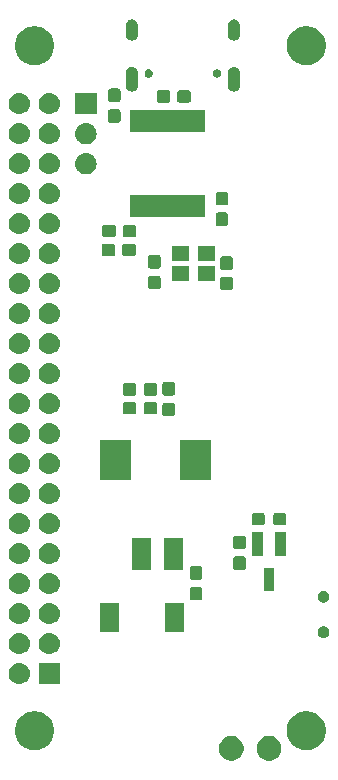
<source format=gbs>
G04 #@! TF.GenerationSoftware,KiCad,Pcbnew,(5.1.4)-1*
G04 #@! TF.CreationDate,2021-02-21T00:03:45+01:00*
G04 #@! TF.ProjectId,rgb_lcd_pihat,7267625f-6c63-4645-9f70-696861742e6b,rev?*
G04 #@! TF.SameCoordinates,Original*
G04 #@! TF.FileFunction,Soldermask,Bot*
G04 #@! TF.FilePolarity,Negative*
%FSLAX46Y46*%
G04 Gerber Fmt 4.6, Leading zero omitted, Abs format (unit mm)*
G04 Created by KiCad (PCBNEW (5.1.4)-1) date 2021-02-21 00:03:45*
%MOMM*%
%LPD*%
G04 APERTURE LIST*
%ADD10C,0.100000*%
G04 APERTURE END LIST*
D10*
G36*
X63906564Y-96989389D02*
G01*
X64097833Y-97068615D01*
X64097835Y-97068616D01*
X64269973Y-97183635D01*
X64416365Y-97330027D01*
X64531385Y-97502167D01*
X64610611Y-97693436D01*
X64651000Y-97896484D01*
X64651000Y-98103516D01*
X64610611Y-98306564D01*
X64531385Y-98497833D01*
X64531384Y-98497835D01*
X64416365Y-98669973D01*
X64269973Y-98816365D01*
X64097835Y-98931384D01*
X64097834Y-98931385D01*
X64097833Y-98931385D01*
X63906564Y-99010611D01*
X63703516Y-99051000D01*
X63496484Y-99051000D01*
X63293436Y-99010611D01*
X63102167Y-98931385D01*
X63102166Y-98931385D01*
X63102165Y-98931384D01*
X62930027Y-98816365D01*
X62783635Y-98669973D01*
X62668616Y-98497835D01*
X62668615Y-98497833D01*
X62589389Y-98306564D01*
X62549000Y-98103516D01*
X62549000Y-97896484D01*
X62589389Y-97693436D01*
X62668615Y-97502167D01*
X62783635Y-97330027D01*
X62930027Y-97183635D01*
X63102165Y-97068616D01*
X63102167Y-97068615D01*
X63293436Y-96989389D01*
X63496484Y-96949000D01*
X63703516Y-96949000D01*
X63906564Y-96989389D01*
X63906564Y-96989389D01*
G37*
G36*
X60706564Y-96989389D02*
G01*
X60897833Y-97068615D01*
X60897835Y-97068616D01*
X61069973Y-97183635D01*
X61216365Y-97330027D01*
X61331385Y-97502167D01*
X61410611Y-97693436D01*
X61451000Y-97896484D01*
X61451000Y-98103516D01*
X61410611Y-98306564D01*
X61331385Y-98497833D01*
X61331384Y-98497835D01*
X61216365Y-98669973D01*
X61069973Y-98816365D01*
X60897835Y-98931384D01*
X60897834Y-98931385D01*
X60897833Y-98931385D01*
X60706564Y-99010611D01*
X60503516Y-99051000D01*
X60296484Y-99051000D01*
X60093436Y-99010611D01*
X59902167Y-98931385D01*
X59902166Y-98931385D01*
X59902165Y-98931384D01*
X59730027Y-98816365D01*
X59583635Y-98669973D01*
X59468616Y-98497835D01*
X59468615Y-98497833D01*
X59389389Y-98306564D01*
X59349000Y-98103516D01*
X59349000Y-97896484D01*
X59389389Y-97693436D01*
X59468615Y-97502167D01*
X59583635Y-97330027D01*
X59730027Y-97183635D01*
X59902165Y-97068616D01*
X59902167Y-97068615D01*
X60093436Y-96989389D01*
X60296484Y-96949000D01*
X60503516Y-96949000D01*
X60706564Y-96989389D01*
X60706564Y-96989389D01*
G37*
G36*
X44125256Y-94891298D02*
G01*
X44231579Y-94912447D01*
X44532042Y-95036903D01*
X44802451Y-95217585D01*
X45032415Y-95447549D01*
X45213097Y-95717958D01*
X45337553Y-96018421D01*
X45401000Y-96337391D01*
X45401000Y-96662609D01*
X45337553Y-96981579D01*
X45213097Y-97282042D01*
X45032415Y-97552451D01*
X44802451Y-97782415D01*
X44532042Y-97963097D01*
X44231579Y-98087553D01*
X44151327Y-98103516D01*
X43912611Y-98151000D01*
X43587389Y-98151000D01*
X43348673Y-98103516D01*
X43268421Y-98087553D01*
X42967958Y-97963097D01*
X42697549Y-97782415D01*
X42467585Y-97552451D01*
X42286903Y-97282042D01*
X42162447Y-96981579D01*
X42099000Y-96662609D01*
X42099000Y-96337391D01*
X42162447Y-96018421D01*
X42286903Y-95717958D01*
X42467585Y-95447549D01*
X42697549Y-95217585D01*
X42967958Y-95036903D01*
X43268421Y-94912447D01*
X43374744Y-94891298D01*
X43587389Y-94849000D01*
X43912611Y-94849000D01*
X44125256Y-94891298D01*
X44125256Y-94891298D01*
G37*
G36*
X67125256Y-94891298D02*
G01*
X67231579Y-94912447D01*
X67532042Y-95036903D01*
X67802451Y-95217585D01*
X68032415Y-95447549D01*
X68213097Y-95717958D01*
X68337553Y-96018421D01*
X68401000Y-96337391D01*
X68401000Y-96662609D01*
X68337553Y-96981579D01*
X68213097Y-97282042D01*
X68032415Y-97552451D01*
X67802451Y-97782415D01*
X67532042Y-97963097D01*
X67231579Y-98087553D01*
X67151327Y-98103516D01*
X66912611Y-98151000D01*
X66587389Y-98151000D01*
X66348673Y-98103516D01*
X66268421Y-98087553D01*
X65967958Y-97963097D01*
X65697549Y-97782415D01*
X65467585Y-97552451D01*
X65286903Y-97282042D01*
X65162447Y-96981579D01*
X65099000Y-96662609D01*
X65099000Y-96337391D01*
X65162447Y-96018421D01*
X65286903Y-95717958D01*
X65467585Y-95447549D01*
X65697549Y-95217585D01*
X65967958Y-95036903D01*
X66268421Y-94912447D01*
X66374744Y-94891298D01*
X66587389Y-94849000D01*
X66912611Y-94849000D01*
X67125256Y-94891298D01*
X67125256Y-94891298D01*
G37*
G36*
X45901000Y-92561000D02*
G01*
X44099000Y-92561000D01*
X44099000Y-90759000D01*
X45901000Y-90759000D01*
X45901000Y-92561000D01*
X45901000Y-92561000D01*
G37*
G36*
X42570443Y-90765519D02*
G01*
X42636627Y-90772037D01*
X42806466Y-90823557D01*
X42962991Y-90907222D01*
X42998729Y-90936552D01*
X43100186Y-91019814D01*
X43183448Y-91121271D01*
X43212778Y-91157009D01*
X43296443Y-91313534D01*
X43347963Y-91483373D01*
X43365359Y-91660000D01*
X43347963Y-91836627D01*
X43296443Y-92006466D01*
X43212778Y-92162991D01*
X43183448Y-92198729D01*
X43100186Y-92300186D01*
X42998729Y-92383448D01*
X42962991Y-92412778D01*
X42806466Y-92496443D01*
X42636627Y-92547963D01*
X42570443Y-92554481D01*
X42504260Y-92561000D01*
X42415740Y-92561000D01*
X42349557Y-92554481D01*
X42283373Y-92547963D01*
X42113534Y-92496443D01*
X41957009Y-92412778D01*
X41921271Y-92383448D01*
X41819814Y-92300186D01*
X41736552Y-92198729D01*
X41707222Y-92162991D01*
X41623557Y-92006466D01*
X41572037Y-91836627D01*
X41554641Y-91660000D01*
X41572037Y-91483373D01*
X41623557Y-91313534D01*
X41707222Y-91157009D01*
X41736552Y-91121271D01*
X41819814Y-91019814D01*
X41921271Y-90936552D01*
X41957009Y-90907222D01*
X42113534Y-90823557D01*
X42283373Y-90772037D01*
X42349557Y-90765519D01*
X42415740Y-90759000D01*
X42504260Y-90759000D01*
X42570443Y-90765519D01*
X42570443Y-90765519D01*
G37*
G36*
X45110443Y-88225519D02*
G01*
X45176627Y-88232037D01*
X45346466Y-88283557D01*
X45346468Y-88283558D01*
X45424729Y-88325390D01*
X45502991Y-88367222D01*
X45538729Y-88396552D01*
X45640186Y-88479814D01*
X45723448Y-88581271D01*
X45752778Y-88617009D01*
X45836443Y-88773534D01*
X45887963Y-88943373D01*
X45905359Y-89120000D01*
X45887963Y-89296627D01*
X45836443Y-89466466D01*
X45752778Y-89622991D01*
X45723448Y-89658729D01*
X45640186Y-89760186D01*
X45538729Y-89843448D01*
X45502991Y-89872778D01*
X45346466Y-89956443D01*
X45176627Y-90007963D01*
X45110442Y-90014482D01*
X45044260Y-90021000D01*
X44955740Y-90021000D01*
X44889558Y-90014482D01*
X44823373Y-90007963D01*
X44653534Y-89956443D01*
X44497009Y-89872778D01*
X44461271Y-89843448D01*
X44359814Y-89760186D01*
X44276552Y-89658729D01*
X44247222Y-89622991D01*
X44163557Y-89466466D01*
X44112037Y-89296627D01*
X44094641Y-89120000D01*
X44112037Y-88943373D01*
X44163557Y-88773534D01*
X44247222Y-88617009D01*
X44276552Y-88581271D01*
X44359814Y-88479814D01*
X44461271Y-88396552D01*
X44497009Y-88367222D01*
X44575271Y-88325390D01*
X44653532Y-88283558D01*
X44653534Y-88283557D01*
X44823373Y-88232037D01*
X44889557Y-88225519D01*
X44955740Y-88219000D01*
X45044260Y-88219000D01*
X45110443Y-88225519D01*
X45110443Y-88225519D01*
G37*
G36*
X42570443Y-88225519D02*
G01*
X42636627Y-88232037D01*
X42806466Y-88283557D01*
X42806468Y-88283558D01*
X42884729Y-88325390D01*
X42962991Y-88367222D01*
X42998729Y-88396552D01*
X43100186Y-88479814D01*
X43183448Y-88581271D01*
X43212778Y-88617009D01*
X43296443Y-88773534D01*
X43347963Y-88943373D01*
X43365359Y-89120000D01*
X43347963Y-89296627D01*
X43296443Y-89466466D01*
X43212778Y-89622991D01*
X43183448Y-89658729D01*
X43100186Y-89760186D01*
X42998729Y-89843448D01*
X42962991Y-89872778D01*
X42806466Y-89956443D01*
X42636627Y-90007963D01*
X42570442Y-90014482D01*
X42504260Y-90021000D01*
X42415740Y-90021000D01*
X42349558Y-90014482D01*
X42283373Y-90007963D01*
X42113534Y-89956443D01*
X41957009Y-89872778D01*
X41921271Y-89843448D01*
X41819814Y-89760186D01*
X41736552Y-89658729D01*
X41707222Y-89622991D01*
X41623557Y-89466466D01*
X41572037Y-89296627D01*
X41554641Y-89120000D01*
X41572037Y-88943373D01*
X41623557Y-88773534D01*
X41707222Y-88617009D01*
X41736552Y-88581271D01*
X41819814Y-88479814D01*
X41921271Y-88396552D01*
X41957009Y-88367222D01*
X42035271Y-88325390D01*
X42113532Y-88283558D01*
X42113534Y-88283557D01*
X42283373Y-88232037D01*
X42349557Y-88225519D01*
X42415740Y-88219000D01*
X42504260Y-88219000D01*
X42570443Y-88225519D01*
X42570443Y-88225519D01*
G37*
G36*
X68307740Y-87658626D02*
G01*
X68356136Y-87668253D01*
X68393902Y-87683896D01*
X68447311Y-87706019D01*
X68447312Y-87706020D01*
X68529369Y-87760848D01*
X68599152Y-87830631D01*
X68599153Y-87830633D01*
X68653981Y-87912689D01*
X68691747Y-88003865D01*
X68711000Y-88100655D01*
X68711000Y-88199345D01*
X68691747Y-88296135D01*
X68653981Y-88387311D01*
X68653980Y-88387312D01*
X68599152Y-88469369D01*
X68529369Y-88539152D01*
X68488062Y-88566752D01*
X68447311Y-88593981D01*
X68393902Y-88616104D01*
X68356136Y-88631747D01*
X68307740Y-88641373D01*
X68259345Y-88651000D01*
X68160655Y-88651000D01*
X68112260Y-88641373D01*
X68063864Y-88631747D01*
X68026098Y-88616104D01*
X67972689Y-88593981D01*
X67931938Y-88566752D01*
X67890631Y-88539152D01*
X67820848Y-88469369D01*
X67766020Y-88387312D01*
X67766019Y-88387311D01*
X67728253Y-88296135D01*
X67709000Y-88199345D01*
X67709000Y-88100655D01*
X67728253Y-88003865D01*
X67766019Y-87912689D01*
X67820847Y-87830633D01*
X67820848Y-87830631D01*
X67890631Y-87760848D01*
X67972688Y-87706020D01*
X67972689Y-87706019D01*
X68026098Y-87683896D01*
X68063864Y-87668253D01*
X68112260Y-87658626D01*
X68160655Y-87649000D01*
X68259345Y-87649000D01*
X68307740Y-87658626D01*
X68307740Y-87658626D01*
G37*
G36*
X56401000Y-88151000D02*
G01*
X54799000Y-88151000D01*
X54799000Y-85649000D01*
X56401000Y-85649000D01*
X56401000Y-88151000D01*
X56401000Y-88151000D01*
G37*
G36*
X50901000Y-88151000D02*
G01*
X49299000Y-88151000D01*
X49299000Y-85649000D01*
X50901000Y-85649000D01*
X50901000Y-88151000D01*
X50901000Y-88151000D01*
G37*
G36*
X42570442Y-85685518D02*
G01*
X42636627Y-85692037D01*
X42806466Y-85743557D01*
X42962991Y-85827222D01*
X42998729Y-85856552D01*
X43100186Y-85939814D01*
X43183448Y-86041271D01*
X43212778Y-86077009D01*
X43296443Y-86233534D01*
X43347963Y-86403373D01*
X43365359Y-86580000D01*
X43347963Y-86756627D01*
X43296443Y-86926466D01*
X43212778Y-87082991D01*
X43183448Y-87118729D01*
X43100186Y-87220186D01*
X42998729Y-87303448D01*
X42962991Y-87332778D01*
X42806466Y-87416443D01*
X42636627Y-87467963D01*
X42570442Y-87474482D01*
X42504260Y-87481000D01*
X42415740Y-87481000D01*
X42349558Y-87474482D01*
X42283373Y-87467963D01*
X42113534Y-87416443D01*
X41957009Y-87332778D01*
X41921271Y-87303448D01*
X41819814Y-87220186D01*
X41736552Y-87118729D01*
X41707222Y-87082991D01*
X41623557Y-86926466D01*
X41572037Y-86756627D01*
X41554641Y-86580000D01*
X41572037Y-86403373D01*
X41623557Y-86233534D01*
X41707222Y-86077009D01*
X41736552Y-86041271D01*
X41819814Y-85939814D01*
X41921271Y-85856552D01*
X41957009Y-85827222D01*
X42113534Y-85743557D01*
X42283373Y-85692037D01*
X42349558Y-85685518D01*
X42415740Y-85679000D01*
X42504260Y-85679000D01*
X42570442Y-85685518D01*
X42570442Y-85685518D01*
G37*
G36*
X45110442Y-85685518D02*
G01*
X45176627Y-85692037D01*
X45346466Y-85743557D01*
X45502991Y-85827222D01*
X45538729Y-85856552D01*
X45640186Y-85939814D01*
X45723448Y-86041271D01*
X45752778Y-86077009D01*
X45836443Y-86233534D01*
X45887963Y-86403373D01*
X45905359Y-86580000D01*
X45887963Y-86756627D01*
X45836443Y-86926466D01*
X45752778Y-87082991D01*
X45723448Y-87118729D01*
X45640186Y-87220186D01*
X45538729Y-87303448D01*
X45502991Y-87332778D01*
X45346466Y-87416443D01*
X45176627Y-87467963D01*
X45110442Y-87474482D01*
X45044260Y-87481000D01*
X44955740Y-87481000D01*
X44889558Y-87474482D01*
X44823373Y-87467963D01*
X44653534Y-87416443D01*
X44497009Y-87332778D01*
X44461271Y-87303448D01*
X44359814Y-87220186D01*
X44276552Y-87118729D01*
X44247222Y-87082991D01*
X44163557Y-86926466D01*
X44112037Y-86756627D01*
X44094641Y-86580000D01*
X44112037Y-86403373D01*
X44163557Y-86233534D01*
X44247222Y-86077009D01*
X44276552Y-86041271D01*
X44359814Y-85939814D01*
X44461271Y-85856552D01*
X44497009Y-85827222D01*
X44653534Y-85743557D01*
X44823373Y-85692037D01*
X44889558Y-85685518D01*
X44955740Y-85679000D01*
X45044260Y-85679000D01*
X45110442Y-85685518D01*
X45110442Y-85685518D01*
G37*
G36*
X68307740Y-84658627D02*
G01*
X68356136Y-84668253D01*
X68384942Y-84680185D01*
X68447311Y-84706019D01*
X68447312Y-84706020D01*
X68529369Y-84760848D01*
X68599152Y-84830631D01*
X68599153Y-84830633D01*
X68653981Y-84912689D01*
X68676104Y-84966098D01*
X68691747Y-85003864D01*
X68711000Y-85100656D01*
X68711000Y-85199344D01*
X68691747Y-85296136D01*
X68676104Y-85333902D01*
X68653981Y-85387311D01*
X68653980Y-85387312D01*
X68599152Y-85469369D01*
X68529369Y-85539152D01*
X68488062Y-85566752D01*
X68447311Y-85593981D01*
X68393902Y-85616104D01*
X68356136Y-85631747D01*
X68307740Y-85641374D01*
X68259345Y-85651000D01*
X68160655Y-85651000D01*
X68112260Y-85641374D01*
X68063864Y-85631747D01*
X68026098Y-85616104D01*
X67972689Y-85593981D01*
X67931938Y-85566752D01*
X67890631Y-85539152D01*
X67820848Y-85469369D01*
X67766020Y-85387312D01*
X67766019Y-85387311D01*
X67743896Y-85333902D01*
X67728253Y-85296136D01*
X67709000Y-85199344D01*
X67709000Y-85100656D01*
X67728253Y-85003864D01*
X67743896Y-84966098D01*
X67766019Y-84912689D01*
X67820847Y-84830633D01*
X67820848Y-84830631D01*
X67890631Y-84760848D01*
X67972688Y-84706020D01*
X67972689Y-84706019D01*
X68035058Y-84680185D01*
X68063864Y-84668253D01*
X68112260Y-84658627D01*
X68160655Y-84649000D01*
X68259345Y-84649000D01*
X68307740Y-84658627D01*
X68307740Y-84658627D01*
G37*
G36*
X57764499Y-84328445D02*
G01*
X57801995Y-84339820D01*
X57836554Y-84358292D01*
X57866847Y-84383153D01*
X57891708Y-84413446D01*
X57910180Y-84448005D01*
X57921555Y-84485501D01*
X57926000Y-84530638D01*
X57926000Y-85269362D01*
X57921555Y-85314499D01*
X57910180Y-85351995D01*
X57891708Y-85386554D01*
X57866847Y-85416847D01*
X57836554Y-85441708D01*
X57801995Y-85460180D01*
X57764499Y-85471555D01*
X57719362Y-85476000D01*
X57080638Y-85476000D01*
X57035501Y-85471555D01*
X56998005Y-85460180D01*
X56963446Y-85441708D01*
X56933153Y-85416847D01*
X56908292Y-85386554D01*
X56889820Y-85351995D01*
X56878445Y-85314499D01*
X56874000Y-85269362D01*
X56874000Y-84530638D01*
X56878445Y-84485501D01*
X56889820Y-84448005D01*
X56908292Y-84413446D01*
X56933153Y-84383153D01*
X56963446Y-84358292D01*
X56998005Y-84339820D01*
X57035501Y-84328445D01*
X57080638Y-84324000D01*
X57719362Y-84324000D01*
X57764499Y-84328445D01*
X57764499Y-84328445D01*
G37*
G36*
X42570442Y-83145518D02*
G01*
X42636627Y-83152037D01*
X42806466Y-83203557D01*
X42962991Y-83287222D01*
X42998729Y-83316552D01*
X43100186Y-83399814D01*
X43183448Y-83501271D01*
X43212778Y-83537009D01*
X43296443Y-83693534D01*
X43347963Y-83863373D01*
X43365359Y-84040000D01*
X43347963Y-84216627D01*
X43296443Y-84386466D01*
X43212778Y-84542991D01*
X43183448Y-84578729D01*
X43100186Y-84680186D01*
X43001899Y-84760847D01*
X42962991Y-84792778D01*
X42806466Y-84876443D01*
X42636627Y-84927963D01*
X42570443Y-84934481D01*
X42504260Y-84941000D01*
X42415740Y-84941000D01*
X42349557Y-84934481D01*
X42283373Y-84927963D01*
X42113534Y-84876443D01*
X41957009Y-84792778D01*
X41918101Y-84760847D01*
X41819814Y-84680186D01*
X41736552Y-84578729D01*
X41707222Y-84542991D01*
X41623557Y-84386466D01*
X41572037Y-84216627D01*
X41554641Y-84040000D01*
X41572037Y-83863373D01*
X41623557Y-83693534D01*
X41707222Y-83537009D01*
X41736552Y-83501271D01*
X41819814Y-83399814D01*
X41921271Y-83316552D01*
X41957009Y-83287222D01*
X42113534Y-83203557D01*
X42283373Y-83152037D01*
X42349558Y-83145518D01*
X42415740Y-83139000D01*
X42504260Y-83139000D01*
X42570442Y-83145518D01*
X42570442Y-83145518D01*
G37*
G36*
X45110442Y-83145518D02*
G01*
X45176627Y-83152037D01*
X45346466Y-83203557D01*
X45502991Y-83287222D01*
X45538729Y-83316552D01*
X45640186Y-83399814D01*
X45723448Y-83501271D01*
X45752778Y-83537009D01*
X45836443Y-83693534D01*
X45887963Y-83863373D01*
X45905359Y-84040000D01*
X45887963Y-84216627D01*
X45836443Y-84386466D01*
X45752778Y-84542991D01*
X45723448Y-84578729D01*
X45640186Y-84680186D01*
X45541899Y-84760847D01*
X45502991Y-84792778D01*
X45346466Y-84876443D01*
X45176627Y-84927963D01*
X45110443Y-84934481D01*
X45044260Y-84941000D01*
X44955740Y-84941000D01*
X44889557Y-84934481D01*
X44823373Y-84927963D01*
X44653534Y-84876443D01*
X44497009Y-84792778D01*
X44458101Y-84760847D01*
X44359814Y-84680186D01*
X44276552Y-84578729D01*
X44247222Y-84542991D01*
X44163557Y-84386466D01*
X44112037Y-84216627D01*
X44094641Y-84040000D01*
X44112037Y-83863373D01*
X44163557Y-83693534D01*
X44247222Y-83537009D01*
X44276552Y-83501271D01*
X44359814Y-83399814D01*
X44461271Y-83316552D01*
X44497009Y-83287222D01*
X44653534Y-83203557D01*
X44823373Y-83152037D01*
X44889558Y-83145518D01*
X44955740Y-83139000D01*
X45044260Y-83139000D01*
X45110442Y-83145518D01*
X45110442Y-83145518D01*
G37*
G36*
X64051000Y-84701000D02*
G01*
X63149000Y-84701000D01*
X63149000Y-82699000D01*
X64051000Y-82699000D01*
X64051000Y-84701000D01*
X64051000Y-84701000D01*
G37*
G36*
X57764499Y-82578445D02*
G01*
X57801995Y-82589820D01*
X57836554Y-82608292D01*
X57866847Y-82633153D01*
X57891708Y-82663446D01*
X57910180Y-82698005D01*
X57921555Y-82735501D01*
X57926000Y-82780638D01*
X57926000Y-83519362D01*
X57921555Y-83564499D01*
X57910180Y-83601995D01*
X57891708Y-83636554D01*
X57866847Y-83666847D01*
X57836554Y-83691708D01*
X57801995Y-83710180D01*
X57764499Y-83721555D01*
X57719362Y-83726000D01*
X57080638Y-83726000D01*
X57035501Y-83721555D01*
X56998005Y-83710180D01*
X56963446Y-83691708D01*
X56933153Y-83666847D01*
X56908292Y-83636554D01*
X56889820Y-83601995D01*
X56878445Y-83564499D01*
X56874000Y-83519362D01*
X56874000Y-82780638D01*
X56878445Y-82735501D01*
X56889820Y-82698005D01*
X56908292Y-82663446D01*
X56933153Y-82633153D01*
X56963446Y-82608292D01*
X56998005Y-82589820D01*
X57035501Y-82578445D01*
X57080638Y-82574000D01*
X57719362Y-82574000D01*
X57764499Y-82578445D01*
X57764499Y-82578445D01*
G37*
G36*
X56331000Y-82876000D02*
G01*
X54669000Y-82876000D01*
X54669000Y-80224000D01*
X56331000Y-80224000D01*
X56331000Y-82876000D01*
X56331000Y-82876000D01*
G37*
G36*
X61464499Y-81728445D02*
G01*
X61501995Y-81739820D01*
X61536554Y-81758292D01*
X61566847Y-81783153D01*
X61591708Y-81813446D01*
X61610180Y-81848005D01*
X61621555Y-81885501D01*
X61626000Y-81930638D01*
X61626000Y-82669362D01*
X61621555Y-82714499D01*
X61610180Y-82751995D01*
X61591708Y-82786554D01*
X61566847Y-82816847D01*
X61536554Y-82841708D01*
X61501995Y-82860180D01*
X61464499Y-82871555D01*
X61419362Y-82876000D01*
X60780638Y-82876000D01*
X60735501Y-82871555D01*
X60698005Y-82860180D01*
X60663446Y-82841708D01*
X60633153Y-82816847D01*
X60608292Y-82786554D01*
X60589820Y-82751995D01*
X60578445Y-82714499D01*
X60574000Y-82669362D01*
X60574000Y-81930638D01*
X60578445Y-81885501D01*
X60589820Y-81848005D01*
X60608292Y-81813446D01*
X60633153Y-81783153D01*
X60663446Y-81758292D01*
X60698005Y-81739820D01*
X60735501Y-81728445D01*
X60780638Y-81724000D01*
X61419362Y-81724000D01*
X61464499Y-81728445D01*
X61464499Y-81728445D01*
G37*
G36*
X53631000Y-82876000D02*
G01*
X51969000Y-82876000D01*
X51969000Y-80224000D01*
X53631000Y-80224000D01*
X53631000Y-82876000D01*
X53631000Y-82876000D01*
G37*
G36*
X42570443Y-80605519D02*
G01*
X42636627Y-80612037D01*
X42806466Y-80663557D01*
X42962991Y-80747222D01*
X42998729Y-80776552D01*
X43100186Y-80859814D01*
X43183448Y-80961271D01*
X43212778Y-80997009D01*
X43296443Y-81153534D01*
X43347963Y-81323373D01*
X43365359Y-81500000D01*
X43347963Y-81676627D01*
X43296443Y-81846466D01*
X43212778Y-82002991D01*
X43183448Y-82038729D01*
X43100186Y-82140186D01*
X42998729Y-82223448D01*
X42962991Y-82252778D01*
X42806466Y-82336443D01*
X42636627Y-82387963D01*
X42570442Y-82394482D01*
X42504260Y-82401000D01*
X42415740Y-82401000D01*
X42349558Y-82394482D01*
X42283373Y-82387963D01*
X42113534Y-82336443D01*
X41957009Y-82252778D01*
X41921271Y-82223448D01*
X41819814Y-82140186D01*
X41736552Y-82038729D01*
X41707222Y-82002991D01*
X41623557Y-81846466D01*
X41572037Y-81676627D01*
X41554641Y-81500000D01*
X41572037Y-81323373D01*
X41623557Y-81153534D01*
X41707222Y-80997009D01*
X41736552Y-80961271D01*
X41819814Y-80859814D01*
X41921271Y-80776552D01*
X41957009Y-80747222D01*
X42113534Y-80663557D01*
X42283373Y-80612037D01*
X42349557Y-80605519D01*
X42415740Y-80599000D01*
X42504260Y-80599000D01*
X42570443Y-80605519D01*
X42570443Y-80605519D01*
G37*
G36*
X45110443Y-80605519D02*
G01*
X45176627Y-80612037D01*
X45346466Y-80663557D01*
X45502991Y-80747222D01*
X45538729Y-80776552D01*
X45640186Y-80859814D01*
X45723448Y-80961271D01*
X45752778Y-80997009D01*
X45836443Y-81153534D01*
X45887963Y-81323373D01*
X45905359Y-81500000D01*
X45887963Y-81676627D01*
X45836443Y-81846466D01*
X45752778Y-82002991D01*
X45723448Y-82038729D01*
X45640186Y-82140186D01*
X45538729Y-82223448D01*
X45502991Y-82252778D01*
X45346466Y-82336443D01*
X45176627Y-82387963D01*
X45110442Y-82394482D01*
X45044260Y-82401000D01*
X44955740Y-82401000D01*
X44889558Y-82394482D01*
X44823373Y-82387963D01*
X44653534Y-82336443D01*
X44497009Y-82252778D01*
X44461271Y-82223448D01*
X44359814Y-82140186D01*
X44276552Y-82038729D01*
X44247222Y-82002991D01*
X44163557Y-81846466D01*
X44112037Y-81676627D01*
X44094641Y-81500000D01*
X44112037Y-81323373D01*
X44163557Y-81153534D01*
X44247222Y-80997009D01*
X44276552Y-80961271D01*
X44359814Y-80859814D01*
X44461271Y-80776552D01*
X44497009Y-80747222D01*
X44653534Y-80663557D01*
X44823373Y-80612037D01*
X44889557Y-80605519D01*
X44955740Y-80599000D01*
X45044260Y-80599000D01*
X45110443Y-80605519D01*
X45110443Y-80605519D01*
G37*
G36*
X65001000Y-81701000D02*
G01*
X64099000Y-81701000D01*
X64099000Y-79699000D01*
X65001000Y-79699000D01*
X65001000Y-81701000D01*
X65001000Y-81701000D01*
G37*
G36*
X63101000Y-81701000D02*
G01*
X62199000Y-81701000D01*
X62199000Y-79699000D01*
X63101000Y-79699000D01*
X63101000Y-81701000D01*
X63101000Y-81701000D01*
G37*
G36*
X61464499Y-79978445D02*
G01*
X61501995Y-79989820D01*
X61536554Y-80008292D01*
X61566847Y-80033153D01*
X61591708Y-80063446D01*
X61610180Y-80098005D01*
X61621555Y-80135501D01*
X61626000Y-80180638D01*
X61626000Y-80919362D01*
X61621555Y-80964499D01*
X61610180Y-81001995D01*
X61591708Y-81036554D01*
X61566847Y-81066847D01*
X61536554Y-81091708D01*
X61501995Y-81110180D01*
X61464499Y-81121555D01*
X61419362Y-81126000D01*
X60780638Y-81126000D01*
X60735501Y-81121555D01*
X60698005Y-81110180D01*
X60663446Y-81091708D01*
X60633153Y-81066847D01*
X60608292Y-81036554D01*
X60589820Y-81001995D01*
X60578445Y-80964499D01*
X60574000Y-80919362D01*
X60574000Y-80180638D01*
X60578445Y-80135501D01*
X60589820Y-80098005D01*
X60608292Y-80063446D01*
X60633153Y-80033153D01*
X60663446Y-80008292D01*
X60698005Y-79989820D01*
X60735501Y-79978445D01*
X60780638Y-79974000D01*
X61419362Y-79974000D01*
X61464499Y-79978445D01*
X61464499Y-79978445D01*
G37*
G36*
X42570442Y-78065518D02*
G01*
X42636627Y-78072037D01*
X42806466Y-78123557D01*
X42806468Y-78123558D01*
X42884729Y-78165390D01*
X42962991Y-78207222D01*
X42997449Y-78235501D01*
X43100186Y-78319814D01*
X43183448Y-78421271D01*
X43212778Y-78457009D01*
X43296443Y-78613534D01*
X43347963Y-78783373D01*
X43365359Y-78960000D01*
X43347963Y-79136627D01*
X43296443Y-79306466D01*
X43212778Y-79462991D01*
X43183448Y-79498729D01*
X43100186Y-79600186D01*
X42998729Y-79683448D01*
X42962991Y-79712778D01*
X42806466Y-79796443D01*
X42636627Y-79847963D01*
X42570443Y-79854481D01*
X42504260Y-79861000D01*
X42415740Y-79861000D01*
X42349557Y-79854481D01*
X42283373Y-79847963D01*
X42113534Y-79796443D01*
X41957009Y-79712778D01*
X41921271Y-79683448D01*
X41819814Y-79600186D01*
X41736552Y-79498729D01*
X41707222Y-79462991D01*
X41623557Y-79306466D01*
X41572037Y-79136627D01*
X41554641Y-78960000D01*
X41572037Y-78783373D01*
X41623557Y-78613534D01*
X41707222Y-78457009D01*
X41736552Y-78421271D01*
X41819814Y-78319814D01*
X41922551Y-78235501D01*
X41957009Y-78207222D01*
X42035271Y-78165390D01*
X42113532Y-78123558D01*
X42113534Y-78123557D01*
X42283373Y-78072037D01*
X42349558Y-78065518D01*
X42415740Y-78059000D01*
X42504260Y-78059000D01*
X42570442Y-78065518D01*
X42570442Y-78065518D01*
G37*
G36*
X45110442Y-78065518D02*
G01*
X45176627Y-78072037D01*
X45346466Y-78123557D01*
X45346468Y-78123558D01*
X45424729Y-78165390D01*
X45502991Y-78207222D01*
X45537449Y-78235501D01*
X45640186Y-78319814D01*
X45723448Y-78421271D01*
X45752778Y-78457009D01*
X45836443Y-78613534D01*
X45887963Y-78783373D01*
X45905359Y-78960000D01*
X45887963Y-79136627D01*
X45836443Y-79306466D01*
X45752778Y-79462991D01*
X45723448Y-79498729D01*
X45640186Y-79600186D01*
X45538729Y-79683448D01*
X45502991Y-79712778D01*
X45346466Y-79796443D01*
X45176627Y-79847963D01*
X45110443Y-79854481D01*
X45044260Y-79861000D01*
X44955740Y-79861000D01*
X44889557Y-79854481D01*
X44823373Y-79847963D01*
X44653534Y-79796443D01*
X44497009Y-79712778D01*
X44461271Y-79683448D01*
X44359814Y-79600186D01*
X44276552Y-79498729D01*
X44247222Y-79462991D01*
X44163557Y-79306466D01*
X44112037Y-79136627D01*
X44094641Y-78960000D01*
X44112037Y-78783373D01*
X44163557Y-78613534D01*
X44247222Y-78457009D01*
X44276552Y-78421271D01*
X44359814Y-78319814D01*
X44462551Y-78235501D01*
X44497009Y-78207222D01*
X44575271Y-78165390D01*
X44653532Y-78123558D01*
X44653534Y-78123557D01*
X44823373Y-78072037D01*
X44889558Y-78065518D01*
X44955740Y-78059000D01*
X45044260Y-78059000D01*
X45110442Y-78065518D01*
X45110442Y-78065518D01*
G37*
G36*
X63064499Y-78078445D02*
G01*
X63101995Y-78089820D01*
X63136554Y-78108292D01*
X63166847Y-78133153D01*
X63191708Y-78163446D01*
X63210180Y-78198005D01*
X63221555Y-78235501D01*
X63226000Y-78280638D01*
X63226000Y-78919362D01*
X63221555Y-78964499D01*
X63210180Y-79001995D01*
X63191708Y-79036554D01*
X63166847Y-79066847D01*
X63136554Y-79091708D01*
X63101995Y-79110180D01*
X63064499Y-79121555D01*
X63019362Y-79126000D01*
X62355638Y-79126000D01*
X62310501Y-79121555D01*
X62273005Y-79110180D01*
X62238446Y-79091708D01*
X62208153Y-79066847D01*
X62183292Y-79036554D01*
X62164820Y-79001995D01*
X62153445Y-78964499D01*
X62149000Y-78919362D01*
X62149000Y-78280638D01*
X62153445Y-78235501D01*
X62164820Y-78198005D01*
X62183292Y-78163446D01*
X62208153Y-78133153D01*
X62238446Y-78108292D01*
X62273005Y-78089820D01*
X62310501Y-78078445D01*
X62355638Y-78074000D01*
X63019362Y-78074000D01*
X63064499Y-78078445D01*
X63064499Y-78078445D01*
G37*
G36*
X64889499Y-78078445D02*
G01*
X64926995Y-78089820D01*
X64961554Y-78108292D01*
X64991847Y-78133153D01*
X65016708Y-78163446D01*
X65035180Y-78198005D01*
X65046555Y-78235501D01*
X65051000Y-78280638D01*
X65051000Y-78919362D01*
X65046555Y-78964499D01*
X65035180Y-79001995D01*
X65016708Y-79036554D01*
X64991847Y-79066847D01*
X64961554Y-79091708D01*
X64926995Y-79110180D01*
X64889499Y-79121555D01*
X64844362Y-79126000D01*
X64180638Y-79126000D01*
X64135501Y-79121555D01*
X64098005Y-79110180D01*
X64063446Y-79091708D01*
X64033153Y-79066847D01*
X64008292Y-79036554D01*
X63989820Y-79001995D01*
X63978445Y-78964499D01*
X63974000Y-78919362D01*
X63974000Y-78280638D01*
X63978445Y-78235501D01*
X63989820Y-78198005D01*
X64008292Y-78163446D01*
X64033153Y-78133153D01*
X64063446Y-78108292D01*
X64098005Y-78089820D01*
X64135501Y-78078445D01*
X64180638Y-78074000D01*
X64844362Y-78074000D01*
X64889499Y-78078445D01*
X64889499Y-78078445D01*
G37*
G36*
X45110442Y-75525518D02*
G01*
X45176627Y-75532037D01*
X45346466Y-75583557D01*
X45502991Y-75667222D01*
X45538729Y-75696552D01*
X45640186Y-75779814D01*
X45723448Y-75881271D01*
X45752778Y-75917009D01*
X45836443Y-76073534D01*
X45887963Y-76243373D01*
X45905359Y-76420000D01*
X45887963Y-76596627D01*
X45836443Y-76766466D01*
X45752778Y-76922991D01*
X45723448Y-76958729D01*
X45640186Y-77060186D01*
X45538729Y-77143448D01*
X45502991Y-77172778D01*
X45346466Y-77256443D01*
X45176627Y-77307963D01*
X45110442Y-77314482D01*
X45044260Y-77321000D01*
X44955740Y-77321000D01*
X44889558Y-77314482D01*
X44823373Y-77307963D01*
X44653534Y-77256443D01*
X44497009Y-77172778D01*
X44461271Y-77143448D01*
X44359814Y-77060186D01*
X44276552Y-76958729D01*
X44247222Y-76922991D01*
X44163557Y-76766466D01*
X44112037Y-76596627D01*
X44094641Y-76420000D01*
X44112037Y-76243373D01*
X44163557Y-76073534D01*
X44247222Y-75917009D01*
X44276552Y-75881271D01*
X44359814Y-75779814D01*
X44461271Y-75696552D01*
X44497009Y-75667222D01*
X44653534Y-75583557D01*
X44823373Y-75532037D01*
X44889558Y-75525518D01*
X44955740Y-75519000D01*
X45044260Y-75519000D01*
X45110442Y-75525518D01*
X45110442Y-75525518D01*
G37*
G36*
X42570442Y-75525518D02*
G01*
X42636627Y-75532037D01*
X42806466Y-75583557D01*
X42962991Y-75667222D01*
X42998729Y-75696552D01*
X43100186Y-75779814D01*
X43183448Y-75881271D01*
X43212778Y-75917009D01*
X43296443Y-76073534D01*
X43347963Y-76243373D01*
X43365359Y-76420000D01*
X43347963Y-76596627D01*
X43296443Y-76766466D01*
X43212778Y-76922991D01*
X43183448Y-76958729D01*
X43100186Y-77060186D01*
X42998729Y-77143448D01*
X42962991Y-77172778D01*
X42806466Y-77256443D01*
X42636627Y-77307963D01*
X42570442Y-77314482D01*
X42504260Y-77321000D01*
X42415740Y-77321000D01*
X42349558Y-77314482D01*
X42283373Y-77307963D01*
X42113534Y-77256443D01*
X41957009Y-77172778D01*
X41921271Y-77143448D01*
X41819814Y-77060186D01*
X41736552Y-76958729D01*
X41707222Y-76922991D01*
X41623557Y-76766466D01*
X41572037Y-76596627D01*
X41554641Y-76420000D01*
X41572037Y-76243373D01*
X41623557Y-76073534D01*
X41707222Y-75917009D01*
X41736552Y-75881271D01*
X41819814Y-75779814D01*
X41921271Y-75696552D01*
X41957009Y-75667222D01*
X42113534Y-75583557D01*
X42283373Y-75532037D01*
X42349558Y-75525518D01*
X42415740Y-75519000D01*
X42504260Y-75519000D01*
X42570442Y-75525518D01*
X42570442Y-75525518D01*
G37*
G36*
X58701000Y-75301000D02*
G01*
X56099000Y-75301000D01*
X56099000Y-71899000D01*
X58701000Y-71899000D01*
X58701000Y-75301000D01*
X58701000Y-75301000D01*
G37*
G36*
X51901000Y-75301000D02*
G01*
X49299000Y-75301000D01*
X49299000Y-71899000D01*
X51901000Y-71899000D01*
X51901000Y-75301000D01*
X51901000Y-75301000D01*
G37*
G36*
X45110442Y-72985518D02*
G01*
X45176627Y-72992037D01*
X45346466Y-73043557D01*
X45502991Y-73127222D01*
X45538729Y-73156552D01*
X45640186Y-73239814D01*
X45723448Y-73341271D01*
X45752778Y-73377009D01*
X45836443Y-73533534D01*
X45887963Y-73703373D01*
X45905359Y-73880000D01*
X45887963Y-74056627D01*
X45836443Y-74226466D01*
X45752778Y-74382991D01*
X45723448Y-74418729D01*
X45640186Y-74520186D01*
X45538729Y-74603448D01*
X45502991Y-74632778D01*
X45346466Y-74716443D01*
X45176627Y-74767963D01*
X45110442Y-74774482D01*
X45044260Y-74781000D01*
X44955740Y-74781000D01*
X44889558Y-74774482D01*
X44823373Y-74767963D01*
X44653534Y-74716443D01*
X44497009Y-74632778D01*
X44461271Y-74603448D01*
X44359814Y-74520186D01*
X44276552Y-74418729D01*
X44247222Y-74382991D01*
X44163557Y-74226466D01*
X44112037Y-74056627D01*
X44094641Y-73880000D01*
X44112037Y-73703373D01*
X44163557Y-73533534D01*
X44247222Y-73377009D01*
X44276552Y-73341271D01*
X44359814Y-73239814D01*
X44461271Y-73156552D01*
X44497009Y-73127222D01*
X44653534Y-73043557D01*
X44823373Y-72992037D01*
X44889558Y-72985518D01*
X44955740Y-72979000D01*
X45044260Y-72979000D01*
X45110442Y-72985518D01*
X45110442Y-72985518D01*
G37*
G36*
X42570442Y-72985518D02*
G01*
X42636627Y-72992037D01*
X42806466Y-73043557D01*
X42962991Y-73127222D01*
X42998729Y-73156552D01*
X43100186Y-73239814D01*
X43183448Y-73341271D01*
X43212778Y-73377009D01*
X43296443Y-73533534D01*
X43347963Y-73703373D01*
X43365359Y-73880000D01*
X43347963Y-74056627D01*
X43296443Y-74226466D01*
X43212778Y-74382991D01*
X43183448Y-74418729D01*
X43100186Y-74520186D01*
X42998729Y-74603448D01*
X42962991Y-74632778D01*
X42806466Y-74716443D01*
X42636627Y-74767963D01*
X42570442Y-74774482D01*
X42504260Y-74781000D01*
X42415740Y-74781000D01*
X42349558Y-74774482D01*
X42283373Y-74767963D01*
X42113534Y-74716443D01*
X41957009Y-74632778D01*
X41921271Y-74603448D01*
X41819814Y-74520186D01*
X41736552Y-74418729D01*
X41707222Y-74382991D01*
X41623557Y-74226466D01*
X41572037Y-74056627D01*
X41554641Y-73880000D01*
X41572037Y-73703373D01*
X41623557Y-73533534D01*
X41707222Y-73377009D01*
X41736552Y-73341271D01*
X41819814Y-73239814D01*
X41921271Y-73156552D01*
X41957009Y-73127222D01*
X42113534Y-73043557D01*
X42283373Y-72992037D01*
X42349558Y-72985518D01*
X42415740Y-72979000D01*
X42504260Y-72979000D01*
X42570442Y-72985518D01*
X42570442Y-72985518D01*
G37*
G36*
X42570443Y-70445519D02*
G01*
X42636627Y-70452037D01*
X42806466Y-70503557D01*
X42962991Y-70587222D01*
X42998729Y-70616552D01*
X43100186Y-70699814D01*
X43183448Y-70801271D01*
X43212778Y-70837009D01*
X43296443Y-70993534D01*
X43347963Y-71163373D01*
X43365359Y-71340000D01*
X43347963Y-71516627D01*
X43296443Y-71686466D01*
X43212778Y-71842991D01*
X43183448Y-71878729D01*
X43100186Y-71980186D01*
X42998729Y-72063448D01*
X42962991Y-72092778D01*
X42806466Y-72176443D01*
X42636627Y-72227963D01*
X42570442Y-72234482D01*
X42504260Y-72241000D01*
X42415740Y-72241000D01*
X42349558Y-72234482D01*
X42283373Y-72227963D01*
X42113534Y-72176443D01*
X41957009Y-72092778D01*
X41921271Y-72063448D01*
X41819814Y-71980186D01*
X41736552Y-71878729D01*
X41707222Y-71842991D01*
X41623557Y-71686466D01*
X41572037Y-71516627D01*
X41554641Y-71340000D01*
X41572037Y-71163373D01*
X41623557Y-70993534D01*
X41707222Y-70837009D01*
X41736552Y-70801271D01*
X41819814Y-70699814D01*
X41921271Y-70616552D01*
X41957009Y-70587222D01*
X42113534Y-70503557D01*
X42283373Y-70452037D01*
X42349557Y-70445519D01*
X42415740Y-70439000D01*
X42504260Y-70439000D01*
X42570443Y-70445519D01*
X42570443Y-70445519D01*
G37*
G36*
X45110443Y-70445519D02*
G01*
X45176627Y-70452037D01*
X45346466Y-70503557D01*
X45502991Y-70587222D01*
X45538729Y-70616552D01*
X45640186Y-70699814D01*
X45723448Y-70801271D01*
X45752778Y-70837009D01*
X45836443Y-70993534D01*
X45887963Y-71163373D01*
X45905359Y-71340000D01*
X45887963Y-71516627D01*
X45836443Y-71686466D01*
X45752778Y-71842991D01*
X45723448Y-71878729D01*
X45640186Y-71980186D01*
X45538729Y-72063448D01*
X45502991Y-72092778D01*
X45346466Y-72176443D01*
X45176627Y-72227963D01*
X45110442Y-72234482D01*
X45044260Y-72241000D01*
X44955740Y-72241000D01*
X44889558Y-72234482D01*
X44823373Y-72227963D01*
X44653534Y-72176443D01*
X44497009Y-72092778D01*
X44461271Y-72063448D01*
X44359814Y-71980186D01*
X44276552Y-71878729D01*
X44247222Y-71842991D01*
X44163557Y-71686466D01*
X44112037Y-71516627D01*
X44094641Y-71340000D01*
X44112037Y-71163373D01*
X44163557Y-70993534D01*
X44247222Y-70837009D01*
X44276552Y-70801271D01*
X44359814Y-70699814D01*
X44461271Y-70616552D01*
X44497009Y-70587222D01*
X44653534Y-70503557D01*
X44823373Y-70452037D01*
X44889557Y-70445519D01*
X44955740Y-70439000D01*
X45044260Y-70439000D01*
X45110443Y-70445519D01*
X45110443Y-70445519D01*
G37*
G36*
X55464499Y-68728445D02*
G01*
X55501995Y-68739820D01*
X55536554Y-68758292D01*
X55566847Y-68783153D01*
X55591708Y-68813446D01*
X55610180Y-68848005D01*
X55621555Y-68885501D01*
X55626000Y-68930638D01*
X55626000Y-69669362D01*
X55621555Y-69714499D01*
X55610180Y-69751995D01*
X55591708Y-69786554D01*
X55566847Y-69816847D01*
X55536554Y-69841708D01*
X55501995Y-69860180D01*
X55464499Y-69871555D01*
X55419362Y-69876000D01*
X54780638Y-69876000D01*
X54735501Y-69871555D01*
X54698005Y-69860180D01*
X54663446Y-69841708D01*
X54633153Y-69816847D01*
X54608292Y-69786554D01*
X54589820Y-69751995D01*
X54578445Y-69714499D01*
X54574000Y-69669362D01*
X54574000Y-68930638D01*
X54578445Y-68885501D01*
X54589820Y-68848005D01*
X54608292Y-68813446D01*
X54633153Y-68783153D01*
X54663446Y-68758292D01*
X54698005Y-68739820D01*
X54735501Y-68728445D01*
X54780638Y-68724000D01*
X55419362Y-68724000D01*
X55464499Y-68728445D01*
X55464499Y-68728445D01*
G37*
G36*
X53964499Y-68678445D02*
G01*
X54001995Y-68689820D01*
X54036554Y-68708292D01*
X54066847Y-68733153D01*
X54091708Y-68763446D01*
X54110180Y-68798005D01*
X54121555Y-68835501D01*
X54126000Y-68880638D01*
X54126000Y-69519362D01*
X54121555Y-69564499D01*
X54110180Y-69601995D01*
X54091708Y-69636554D01*
X54066847Y-69666847D01*
X54036554Y-69691708D01*
X54001995Y-69710180D01*
X53964499Y-69721555D01*
X53919362Y-69726000D01*
X53180638Y-69726000D01*
X53135501Y-69721555D01*
X53098005Y-69710180D01*
X53063446Y-69691708D01*
X53033153Y-69666847D01*
X53008292Y-69636554D01*
X52989820Y-69601995D01*
X52978445Y-69564499D01*
X52974000Y-69519362D01*
X52974000Y-68880638D01*
X52978445Y-68835501D01*
X52989820Y-68798005D01*
X53008292Y-68763446D01*
X53033153Y-68733153D01*
X53063446Y-68708292D01*
X53098005Y-68689820D01*
X53135501Y-68678445D01*
X53180638Y-68674000D01*
X53919362Y-68674000D01*
X53964499Y-68678445D01*
X53964499Y-68678445D01*
G37*
G36*
X52214499Y-68678445D02*
G01*
X52251995Y-68689820D01*
X52286554Y-68708292D01*
X52316847Y-68733153D01*
X52341708Y-68763446D01*
X52360180Y-68798005D01*
X52371555Y-68835501D01*
X52376000Y-68880638D01*
X52376000Y-69519362D01*
X52371555Y-69564499D01*
X52360180Y-69601995D01*
X52341708Y-69636554D01*
X52316847Y-69666847D01*
X52286554Y-69691708D01*
X52251995Y-69710180D01*
X52214499Y-69721555D01*
X52169362Y-69726000D01*
X51430638Y-69726000D01*
X51385501Y-69721555D01*
X51348005Y-69710180D01*
X51313446Y-69691708D01*
X51283153Y-69666847D01*
X51258292Y-69636554D01*
X51239820Y-69601995D01*
X51228445Y-69564499D01*
X51224000Y-69519362D01*
X51224000Y-68880638D01*
X51228445Y-68835501D01*
X51239820Y-68798005D01*
X51258292Y-68763446D01*
X51283153Y-68733153D01*
X51313446Y-68708292D01*
X51348005Y-68689820D01*
X51385501Y-68678445D01*
X51430638Y-68674000D01*
X52169362Y-68674000D01*
X52214499Y-68678445D01*
X52214499Y-68678445D01*
G37*
G36*
X45110442Y-67905518D02*
G01*
X45176627Y-67912037D01*
X45346466Y-67963557D01*
X45502991Y-68047222D01*
X45526904Y-68066847D01*
X45640186Y-68159814D01*
X45723448Y-68261271D01*
X45752778Y-68297009D01*
X45836443Y-68453534D01*
X45887963Y-68623373D01*
X45905359Y-68800000D01*
X45887963Y-68976627D01*
X45836443Y-69146466D01*
X45752778Y-69302991D01*
X45723448Y-69338729D01*
X45640186Y-69440186D01*
X45543708Y-69519362D01*
X45502991Y-69552778D01*
X45346466Y-69636443D01*
X45176627Y-69687963D01*
X45110443Y-69694481D01*
X45044260Y-69701000D01*
X44955740Y-69701000D01*
X44889557Y-69694481D01*
X44823373Y-69687963D01*
X44653534Y-69636443D01*
X44497009Y-69552778D01*
X44456292Y-69519362D01*
X44359814Y-69440186D01*
X44276552Y-69338729D01*
X44247222Y-69302991D01*
X44163557Y-69146466D01*
X44112037Y-68976627D01*
X44094641Y-68800000D01*
X44112037Y-68623373D01*
X44163557Y-68453534D01*
X44247222Y-68297009D01*
X44276552Y-68261271D01*
X44359814Y-68159814D01*
X44473096Y-68066847D01*
X44497009Y-68047222D01*
X44653534Y-67963557D01*
X44823373Y-67912037D01*
X44889558Y-67905518D01*
X44955740Y-67899000D01*
X45044260Y-67899000D01*
X45110442Y-67905518D01*
X45110442Y-67905518D01*
G37*
G36*
X42570442Y-67905518D02*
G01*
X42636627Y-67912037D01*
X42806466Y-67963557D01*
X42962991Y-68047222D01*
X42986904Y-68066847D01*
X43100186Y-68159814D01*
X43183448Y-68261271D01*
X43212778Y-68297009D01*
X43296443Y-68453534D01*
X43347963Y-68623373D01*
X43365359Y-68800000D01*
X43347963Y-68976627D01*
X43296443Y-69146466D01*
X43212778Y-69302991D01*
X43183448Y-69338729D01*
X43100186Y-69440186D01*
X43003708Y-69519362D01*
X42962991Y-69552778D01*
X42806466Y-69636443D01*
X42636627Y-69687963D01*
X42570443Y-69694481D01*
X42504260Y-69701000D01*
X42415740Y-69701000D01*
X42349557Y-69694481D01*
X42283373Y-69687963D01*
X42113534Y-69636443D01*
X41957009Y-69552778D01*
X41916292Y-69519362D01*
X41819814Y-69440186D01*
X41736552Y-69338729D01*
X41707222Y-69302991D01*
X41623557Y-69146466D01*
X41572037Y-68976627D01*
X41554641Y-68800000D01*
X41572037Y-68623373D01*
X41623557Y-68453534D01*
X41707222Y-68297009D01*
X41736552Y-68261271D01*
X41819814Y-68159814D01*
X41933096Y-68066847D01*
X41957009Y-68047222D01*
X42113534Y-67963557D01*
X42283373Y-67912037D01*
X42349558Y-67905518D01*
X42415740Y-67899000D01*
X42504260Y-67899000D01*
X42570442Y-67905518D01*
X42570442Y-67905518D01*
G37*
G36*
X52214499Y-67078445D02*
G01*
X52251995Y-67089820D01*
X52286554Y-67108292D01*
X52316847Y-67133153D01*
X52341708Y-67163446D01*
X52360180Y-67198005D01*
X52371555Y-67235501D01*
X52376000Y-67280638D01*
X52376000Y-67919362D01*
X52371555Y-67964499D01*
X52360180Y-68001995D01*
X52341708Y-68036554D01*
X52316847Y-68066847D01*
X52286554Y-68091708D01*
X52251995Y-68110180D01*
X52214499Y-68121555D01*
X52169362Y-68126000D01*
X51430638Y-68126000D01*
X51385501Y-68121555D01*
X51348005Y-68110180D01*
X51313446Y-68091708D01*
X51283153Y-68066847D01*
X51258292Y-68036554D01*
X51239820Y-68001995D01*
X51228445Y-67964499D01*
X51224000Y-67919362D01*
X51224000Y-67280638D01*
X51228445Y-67235501D01*
X51239820Y-67198005D01*
X51258292Y-67163446D01*
X51283153Y-67133153D01*
X51313446Y-67108292D01*
X51348005Y-67089820D01*
X51385501Y-67078445D01*
X51430638Y-67074000D01*
X52169362Y-67074000D01*
X52214499Y-67078445D01*
X52214499Y-67078445D01*
G37*
G36*
X53964499Y-67078445D02*
G01*
X54001995Y-67089820D01*
X54036554Y-67108292D01*
X54066847Y-67133153D01*
X54091708Y-67163446D01*
X54110180Y-67198005D01*
X54121555Y-67235501D01*
X54126000Y-67280638D01*
X54126000Y-67919362D01*
X54121555Y-67964499D01*
X54110180Y-68001995D01*
X54091708Y-68036554D01*
X54066847Y-68066847D01*
X54036554Y-68091708D01*
X54001995Y-68110180D01*
X53964499Y-68121555D01*
X53919362Y-68126000D01*
X53180638Y-68126000D01*
X53135501Y-68121555D01*
X53098005Y-68110180D01*
X53063446Y-68091708D01*
X53033153Y-68066847D01*
X53008292Y-68036554D01*
X52989820Y-68001995D01*
X52978445Y-67964499D01*
X52974000Y-67919362D01*
X52974000Y-67280638D01*
X52978445Y-67235501D01*
X52989820Y-67198005D01*
X53008292Y-67163446D01*
X53033153Y-67133153D01*
X53063446Y-67108292D01*
X53098005Y-67089820D01*
X53135501Y-67078445D01*
X53180638Y-67074000D01*
X53919362Y-67074000D01*
X53964499Y-67078445D01*
X53964499Y-67078445D01*
G37*
G36*
X55464499Y-66978445D02*
G01*
X55501995Y-66989820D01*
X55536554Y-67008292D01*
X55566847Y-67033153D01*
X55591708Y-67063446D01*
X55610180Y-67098005D01*
X55621555Y-67135501D01*
X55626000Y-67180638D01*
X55626000Y-67919362D01*
X55621555Y-67964499D01*
X55610180Y-68001995D01*
X55591708Y-68036554D01*
X55566847Y-68066847D01*
X55536554Y-68091708D01*
X55501995Y-68110180D01*
X55464499Y-68121555D01*
X55419362Y-68126000D01*
X54780638Y-68126000D01*
X54735501Y-68121555D01*
X54698005Y-68110180D01*
X54663446Y-68091708D01*
X54633153Y-68066847D01*
X54608292Y-68036554D01*
X54589820Y-68001995D01*
X54578445Y-67964499D01*
X54574000Y-67919362D01*
X54574000Y-67180638D01*
X54578445Y-67135501D01*
X54589820Y-67098005D01*
X54608292Y-67063446D01*
X54633153Y-67033153D01*
X54663446Y-67008292D01*
X54698005Y-66989820D01*
X54735501Y-66978445D01*
X54780638Y-66974000D01*
X55419362Y-66974000D01*
X55464499Y-66978445D01*
X55464499Y-66978445D01*
G37*
G36*
X45110442Y-65365518D02*
G01*
X45176627Y-65372037D01*
X45346466Y-65423557D01*
X45502991Y-65507222D01*
X45538729Y-65536552D01*
X45640186Y-65619814D01*
X45723448Y-65721271D01*
X45752778Y-65757009D01*
X45836443Y-65913534D01*
X45887963Y-66083373D01*
X45905359Y-66260000D01*
X45887963Y-66436627D01*
X45836443Y-66606466D01*
X45752778Y-66762991D01*
X45723448Y-66798729D01*
X45640186Y-66900186D01*
X45550242Y-66974000D01*
X45502991Y-67012778D01*
X45346466Y-67096443D01*
X45176627Y-67147963D01*
X45110442Y-67154482D01*
X45044260Y-67161000D01*
X44955740Y-67161000D01*
X44889558Y-67154482D01*
X44823373Y-67147963D01*
X44653534Y-67096443D01*
X44497009Y-67012778D01*
X44449758Y-66974000D01*
X44359814Y-66900186D01*
X44276552Y-66798729D01*
X44247222Y-66762991D01*
X44163557Y-66606466D01*
X44112037Y-66436627D01*
X44094641Y-66260000D01*
X44112037Y-66083373D01*
X44163557Y-65913534D01*
X44247222Y-65757009D01*
X44276552Y-65721271D01*
X44359814Y-65619814D01*
X44461271Y-65536552D01*
X44497009Y-65507222D01*
X44653534Y-65423557D01*
X44823373Y-65372037D01*
X44889558Y-65365518D01*
X44955740Y-65359000D01*
X45044260Y-65359000D01*
X45110442Y-65365518D01*
X45110442Y-65365518D01*
G37*
G36*
X42570442Y-65365518D02*
G01*
X42636627Y-65372037D01*
X42806466Y-65423557D01*
X42962991Y-65507222D01*
X42998729Y-65536552D01*
X43100186Y-65619814D01*
X43183448Y-65721271D01*
X43212778Y-65757009D01*
X43296443Y-65913534D01*
X43347963Y-66083373D01*
X43365359Y-66260000D01*
X43347963Y-66436627D01*
X43296443Y-66606466D01*
X43212778Y-66762991D01*
X43183448Y-66798729D01*
X43100186Y-66900186D01*
X43010242Y-66974000D01*
X42962991Y-67012778D01*
X42806466Y-67096443D01*
X42636627Y-67147963D01*
X42570442Y-67154482D01*
X42504260Y-67161000D01*
X42415740Y-67161000D01*
X42349558Y-67154482D01*
X42283373Y-67147963D01*
X42113534Y-67096443D01*
X41957009Y-67012778D01*
X41909758Y-66974000D01*
X41819814Y-66900186D01*
X41736552Y-66798729D01*
X41707222Y-66762991D01*
X41623557Y-66606466D01*
X41572037Y-66436627D01*
X41554641Y-66260000D01*
X41572037Y-66083373D01*
X41623557Y-65913534D01*
X41707222Y-65757009D01*
X41736552Y-65721271D01*
X41819814Y-65619814D01*
X41921271Y-65536552D01*
X41957009Y-65507222D01*
X42113534Y-65423557D01*
X42283373Y-65372037D01*
X42349558Y-65365518D01*
X42415740Y-65359000D01*
X42504260Y-65359000D01*
X42570442Y-65365518D01*
X42570442Y-65365518D01*
G37*
G36*
X45110443Y-62825519D02*
G01*
X45176627Y-62832037D01*
X45346466Y-62883557D01*
X45502991Y-62967222D01*
X45538729Y-62996552D01*
X45640186Y-63079814D01*
X45723448Y-63181271D01*
X45752778Y-63217009D01*
X45836443Y-63373534D01*
X45887963Y-63543373D01*
X45905359Y-63720000D01*
X45887963Y-63896627D01*
X45836443Y-64066466D01*
X45752778Y-64222991D01*
X45723448Y-64258729D01*
X45640186Y-64360186D01*
X45538729Y-64443448D01*
X45502991Y-64472778D01*
X45346466Y-64556443D01*
X45176627Y-64607963D01*
X45110442Y-64614482D01*
X45044260Y-64621000D01*
X44955740Y-64621000D01*
X44889558Y-64614482D01*
X44823373Y-64607963D01*
X44653534Y-64556443D01*
X44497009Y-64472778D01*
X44461271Y-64443448D01*
X44359814Y-64360186D01*
X44276552Y-64258729D01*
X44247222Y-64222991D01*
X44163557Y-64066466D01*
X44112037Y-63896627D01*
X44094641Y-63720000D01*
X44112037Y-63543373D01*
X44163557Y-63373534D01*
X44247222Y-63217009D01*
X44276552Y-63181271D01*
X44359814Y-63079814D01*
X44461271Y-62996552D01*
X44497009Y-62967222D01*
X44653534Y-62883557D01*
X44823373Y-62832037D01*
X44889557Y-62825519D01*
X44955740Y-62819000D01*
X45044260Y-62819000D01*
X45110443Y-62825519D01*
X45110443Y-62825519D01*
G37*
G36*
X42570443Y-62825519D02*
G01*
X42636627Y-62832037D01*
X42806466Y-62883557D01*
X42962991Y-62967222D01*
X42998729Y-62996552D01*
X43100186Y-63079814D01*
X43183448Y-63181271D01*
X43212778Y-63217009D01*
X43296443Y-63373534D01*
X43347963Y-63543373D01*
X43365359Y-63720000D01*
X43347963Y-63896627D01*
X43296443Y-64066466D01*
X43212778Y-64222991D01*
X43183448Y-64258729D01*
X43100186Y-64360186D01*
X42998729Y-64443448D01*
X42962991Y-64472778D01*
X42806466Y-64556443D01*
X42636627Y-64607963D01*
X42570442Y-64614482D01*
X42504260Y-64621000D01*
X42415740Y-64621000D01*
X42349558Y-64614482D01*
X42283373Y-64607963D01*
X42113534Y-64556443D01*
X41957009Y-64472778D01*
X41921271Y-64443448D01*
X41819814Y-64360186D01*
X41736552Y-64258729D01*
X41707222Y-64222991D01*
X41623557Y-64066466D01*
X41572037Y-63896627D01*
X41554641Y-63720000D01*
X41572037Y-63543373D01*
X41623557Y-63373534D01*
X41707222Y-63217009D01*
X41736552Y-63181271D01*
X41819814Y-63079814D01*
X41921271Y-62996552D01*
X41957009Y-62967222D01*
X42113534Y-62883557D01*
X42283373Y-62832037D01*
X42349557Y-62825519D01*
X42415740Y-62819000D01*
X42504260Y-62819000D01*
X42570443Y-62825519D01*
X42570443Y-62825519D01*
G37*
G36*
X42570442Y-60285518D02*
G01*
X42636627Y-60292037D01*
X42806466Y-60343557D01*
X42962991Y-60427222D01*
X42998729Y-60456552D01*
X43100186Y-60539814D01*
X43183448Y-60641271D01*
X43212778Y-60677009D01*
X43296443Y-60833534D01*
X43347963Y-61003373D01*
X43365359Y-61180000D01*
X43347963Y-61356627D01*
X43296443Y-61526466D01*
X43212778Y-61682991D01*
X43183448Y-61718729D01*
X43100186Y-61820186D01*
X42998729Y-61903448D01*
X42962991Y-61932778D01*
X42806466Y-62016443D01*
X42636627Y-62067963D01*
X42570443Y-62074481D01*
X42504260Y-62081000D01*
X42415740Y-62081000D01*
X42349557Y-62074481D01*
X42283373Y-62067963D01*
X42113534Y-62016443D01*
X41957009Y-61932778D01*
X41921271Y-61903448D01*
X41819814Y-61820186D01*
X41736552Y-61718729D01*
X41707222Y-61682991D01*
X41623557Y-61526466D01*
X41572037Y-61356627D01*
X41554641Y-61180000D01*
X41572037Y-61003373D01*
X41623557Y-60833534D01*
X41707222Y-60677009D01*
X41736552Y-60641271D01*
X41819814Y-60539814D01*
X41921271Y-60456552D01*
X41957009Y-60427222D01*
X42113534Y-60343557D01*
X42283373Y-60292037D01*
X42349558Y-60285518D01*
X42415740Y-60279000D01*
X42504260Y-60279000D01*
X42570442Y-60285518D01*
X42570442Y-60285518D01*
G37*
G36*
X45110442Y-60285518D02*
G01*
X45176627Y-60292037D01*
X45346466Y-60343557D01*
X45502991Y-60427222D01*
X45538729Y-60456552D01*
X45640186Y-60539814D01*
X45723448Y-60641271D01*
X45752778Y-60677009D01*
X45836443Y-60833534D01*
X45887963Y-61003373D01*
X45905359Y-61180000D01*
X45887963Y-61356627D01*
X45836443Y-61526466D01*
X45752778Y-61682991D01*
X45723448Y-61718729D01*
X45640186Y-61820186D01*
X45538729Y-61903448D01*
X45502991Y-61932778D01*
X45346466Y-62016443D01*
X45176627Y-62067963D01*
X45110443Y-62074481D01*
X45044260Y-62081000D01*
X44955740Y-62081000D01*
X44889557Y-62074481D01*
X44823373Y-62067963D01*
X44653534Y-62016443D01*
X44497009Y-61932778D01*
X44461271Y-61903448D01*
X44359814Y-61820186D01*
X44276552Y-61718729D01*
X44247222Y-61682991D01*
X44163557Y-61526466D01*
X44112037Y-61356627D01*
X44094641Y-61180000D01*
X44112037Y-61003373D01*
X44163557Y-60833534D01*
X44247222Y-60677009D01*
X44276552Y-60641271D01*
X44359814Y-60539814D01*
X44461271Y-60456552D01*
X44497009Y-60427222D01*
X44653534Y-60343557D01*
X44823373Y-60292037D01*
X44889558Y-60285518D01*
X44955740Y-60279000D01*
X45044260Y-60279000D01*
X45110442Y-60285518D01*
X45110442Y-60285518D01*
G37*
G36*
X45110443Y-57745519D02*
G01*
X45176627Y-57752037D01*
X45346466Y-57803557D01*
X45502991Y-57887222D01*
X45538729Y-57916552D01*
X45640186Y-57999814D01*
X45714051Y-58089820D01*
X45752778Y-58137009D01*
X45836443Y-58293534D01*
X45887963Y-58463373D01*
X45905359Y-58640000D01*
X45887963Y-58816627D01*
X45836443Y-58986466D01*
X45836442Y-58986468D01*
X45818860Y-59019362D01*
X45752778Y-59142991D01*
X45733200Y-59166847D01*
X45640186Y-59280186D01*
X45538729Y-59363448D01*
X45502991Y-59392778D01*
X45346466Y-59476443D01*
X45176627Y-59527963D01*
X45110443Y-59534481D01*
X45044260Y-59541000D01*
X44955740Y-59541000D01*
X44889557Y-59534481D01*
X44823373Y-59527963D01*
X44653534Y-59476443D01*
X44497009Y-59392778D01*
X44461271Y-59363448D01*
X44359814Y-59280186D01*
X44266800Y-59166847D01*
X44247222Y-59142991D01*
X44181140Y-59019362D01*
X44163558Y-58986468D01*
X44163557Y-58986466D01*
X44112037Y-58816627D01*
X44094641Y-58640000D01*
X44112037Y-58463373D01*
X44163557Y-58293534D01*
X44247222Y-58137009D01*
X44285949Y-58089820D01*
X44359814Y-57999814D01*
X44461271Y-57916552D01*
X44497009Y-57887222D01*
X44653534Y-57803557D01*
X44823373Y-57752037D01*
X44889557Y-57745519D01*
X44955740Y-57739000D01*
X45044260Y-57739000D01*
X45110443Y-57745519D01*
X45110443Y-57745519D01*
G37*
G36*
X42570443Y-57745519D02*
G01*
X42636627Y-57752037D01*
X42806466Y-57803557D01*
X42962991Y-57887222D01*
X42998729Y-57916552D01*
X43100186Y-57999814D01*
X43174051Y-58089820D01*
X43212778Y-58137009D01*
X43296443Y-58293534D01*
X43347963Y-58463373D01*
X43365359Y-58640000D01*
X43347963Y-58816627D01*
X43296443Y-58986466D01*
X43296442Y-58986468D01*
X43278860Y-59019362D01*
X43212778Y-59142991D01*
X43193200Y-59166847D01*
X43100186Y-59280186D01*
X42998729Y-59363448D01*
X42962991Y-59392778D01*
X42806466Y-59476443D01*
X42636627Y-59527963D01*
X42570443Y-59534481D01*
X42504260Y-59541000D01*
X42415740Y-59541000D01*
X42349557Y-59534481D01*
X42283373Y-59527963D01*
X42113534Y-59476443D01*
X41957009Y-59392778D01*
X41921271Y-59363448D01*
X41819814Y-59280186D01*
X41726800Y-59166847D01*
X41707222Y-59142991D01*
X41641140Y-59019362D01*
X41623558Y-58986468D01*
X41623557Y-58986466D01*
X41572037Y-58816627D01*
X41554641Y-58640000D01*
X41572037Y-58463373D01*
X41623557Y-58293534D01*
X41707222Y-58137009D01*
X41745949Y-58089820D01*
X41819814Y-57999814D01*
X41921271Y-57916552D01*
X41957009Y-57887222D01*
X42113534Y-57803557D01*
X42283373Y-57752037D01*
X42349557Y-57745519D01*
X42415740Y-57739000D01*
X42504260Y-57739000D01*
X42570443Y-57745519D01*
X42570443Y-57745519D01*
G37*
G36*
X60364499Y-58078445D02*
G01*
X60401995Y-58089820D01*
X60436554Y-58108292D01*
X60466847Y-58133153D01*
X60491708Y-58163446D01*
X60510180Y-58198005D01*
X60521555Y-58235501D01*
X60526000Y-58280638D01*
X60526000Y-59019362D01*
X60521555Y-59064499D01*
X60510180Y-59101995D01*
X60491708Y-59136554D01*
X60466847Y-59166847D01*
X60436554Y-59191708D01*
X60401995Y-59210180D01*
X60364499Y-59221555D01*
X60319362Y-59226000D01*
X59680638Y-59226000D01*
X59635501Y-59221555D01*
X59598005Y-59210180D01*
X59563446Y-59191708D01*
X59533153Y-59166847D01*
X59508292Y-59136554D01*
X59489820Y-59101995D01*
X59478445Y-59064499D01*
X59474000Y-59019362D01*
X59474000Y-58280638D01*
X59478445Y-58235501D01*
X59489820Y-58198005D01*
X59508292Y-58163446D01*
X59533153Y-58133153D01*
X59563446Y-58108292D01*
X59598005Y-58089820D01*
X59635501Y-58078445D01*
X59680638Y-58074000D01*
X60319362Y-58074000D01*
X60364499Y-58078445D01*
X60364499Y-58078445D01*
G37*
G36*
X54264499Y-57978445D02*
G01*
X54301995Y-57989820D01*
X54336554Y-58008292D01*
X54366847Y-58033153D01*
X54391708Y-58063446D01*
X54410180Y-58098005D01*
X54421555Y-58135501D01*
X54426000Y-58180638D01*
X54426000Y-58919362D01*
X54421555Y-58964499D01*
X54410180Y-59001995D01*
X54391708Y-59036554D01*
X54366847Y-59066847D01*
X54336554Y-59091708D01*
X54301995Y-59110180D01*
X54264499Y-59121555D01*
X54219362Y-59126000D01*
X53580638Y-59126000D01*
X53535501Y-59121555D01*
X53498005Y-59110180D01*
X53463446Y-59091708D01*
X53433153Y-59066847D01*
X53408292Y-59036554D01*
X53389820Y-59001995D01*
X53378445Y-58964499D01*
X53374000Y-58919362D01*
X53374000Y-58180638D01*
X53378445Y-58135501D01*
X53389820Y-58098005D01*
X53408292Y-58063446D01*
X53433153Y-58033153D01*
X53463446Y-58008292D01*
X53498005Y-57989820D01*
X53535501Y-57978445D01*
X53580638Y-57974000D01*
X54219362Y-57974000D01*
X54264499Y-57978445D01*
X54264499Y-57978445D01*
G37*
G36*
X56851000Y-58451000D02*
G01*
X55349000Y-58451000D01*
X55349000Y-57149000D01*
X56851000Y-57149000D01*
X56851000Y-58451000D01*
X56851000Y-58451000D01*
G37*
G36*
X59051000Y-58451000D02*
G01*
X57549000Y-58451000D01*
X57549000Y-57149000D01*
X59051000Y-57149000D01*
X59051000Y-58451000D01*
X59051000Y-58451000D01*
G37*
G36*
X60364499Y-56328445D02*
G01*
X60401995Y-56339820D01*
X60436554Y-56358292D01*
X60466847Y-56383153D01*
X60491708Y-56413446D01*
X60510180Y-56448005D01*
X60521555Y-56485501D01*
X60526000Y-56530638D01*
X60526000Y-57269362D01*
X60521555Y-57314499D01*
X60510180Y-57351995D01*
X60491708Y-57386554D01*
X60466847Y-57416847D01*
X60436554Y-57441708D01*
X60401995Y-57460180D01*
X60364499Y-57471555D01*
X60319362Y-57476000D01*
X59680638Y-57476000D01*
X59635501Y-57471555D01*
X59598005Y-57460180D01*
X59563446Y-57441708D01*
X59533153Y-57416847D01*
X59508292Y-57386554D01*
X59489820Y-57351995D01*
X59478445Y-57314499D01*
X59474000Y-57269362D01*
X59474000Y-56530638D01*
X59478445Y-56485501D01*
X59489820Y-56448005D01*
X59508292Y-56413446D01*
X59533153Y-56383153D01*
X59563446Y-56358292D01*
X59598005Y-56339820D01*
X59635501Y-56328445D01*
X59680638Y-56324000D01*
X60319362Y-56324000D01*
X60364499Y-56328445D01*
X60364499Y-56328445D01*
G37*
G36*
X54264499Y-56228445D02*
G01*
X54301995Y-56239820D01*
X54336554Y-56258292D01*
X54366847Y-56283153D01*
X54391708Y-56313446D01*
X54410180Y-56348005D01*
X54421555Y-56385501D01*
X54426000Y-56430638D01*
X54426000Y-57169362D01*
X54421555Y-57214499D01*
X54410180Y-57251995D01*
X54391708Y-57286554D01*
X54366847Y-57316847D01*
X54336554Y-57341708D01*
X54301995Y-57360180D01*
X54264499Y-57371555D01*
X54219362Y-57376000D01*
X53580638Y-57376000D01*
X53535501Y-57371555D01*
X53498005Y-57360180D01*
X53463446Y-57341708D01*
X53433153Y-57316847D01*
X53408292Y-57286554D01*
X53389820Y-57251995D01*
X53378445Y-57214499D01*
X53374000Y-57169362D01*
X53374000Y-56430638D01*
X53378445Y-56385501D01*
X53389820Y-56348005D01*
X53408292Y-56313446D01*
X53433153Y-56283153D01*
X53463446Y-56258292D01*
X53498005Y-56239820D01*
X53535501Y-56228445D01*
X53580638Y-56224000D01*
X54219362Y-56224000D01*
X54264499Y-56228445D01*
X54264499Y-56228445D01*
G37*
G36*
X42570443Y-55205519D02*
G01*
X42636627Y-55212037D01*
X42806466Y-55263557D01*
X42962991Y-55347222D01*
X42967632Y-55351031D01*
X43100186Y-55459814D01*
X43163530Y-55537000D01*
X43212778Y-55597009D01*
X43296443Y-55753534D01*
X43347963Y-55923373D01*
X43365359Y-56100000D01*
X43347963Y-56276627D01*
X43296443Y-56446466D01*
X43212778Y-56602991D01*
X43183448Y-56638729D01*
X43100186Y-56740186D01*
X42998729Y-56823448D01*
X42962991Y-56852778D01*
X42806466Y-56936443D01*
X42636627Y-56987963D01*
X42570442Y-56994482D01*
X42504260Y-57001000D01*
X42415740Y-57001000D01*
X42349558Y-56994482D01*
X42283373Y-56987963D01*
X42113534Y-56936443D01*
X41957009Y-56852778D01*
X41921271Y-56823448D01*
X41819814Y-56740186D01*
X41736552Y-56638729D01*
X41707222Y-56602991D01*
X41623557Y-56446466D01*
X41572037Y-56276627D01*
X41554641Y-56100000D01*
X41572037Y-55923373D01*
X41623557Y-55753534D01*
X41707222Y-55597009D01*
X41756470Y-55537000D01*
X41819814Y-55459814D01*
X41952368Y-55351031D01*
X41957009Y-55347222D01*
X42113534Y-55263557D01*
X42283373Y-55212037D01*
X42349557Y-55205519D01*
X42415740Y-55199000D01*
X42504260Y-55199000D01*
X42570443Y-55205519D01*
X42570443Y-55205519D01*
G37*
G36*
X45110443Y-55205519D02*
G01*
X45176627Y-55212037D01*
X45346466Y-55263557D01*
X45502991Y-55347222D01*
X45507632Y-55351031D01*
X45640186Y-55459814D01*
X45703530Y-55537000D01*
X45752778Y-55597009D01*
X45836443Y-55753534D01*
X45887963Y-55923373D01*
X45905359Y-56100000D01*
X45887963Y-56276627D01*
X45836443Y-56446466D01*
X45752778Y-56602991D01*
X45723448Y-56638729D01*
X45640186Y-56740186D01*
X45538729Y-56823448D01*
X45502991Y-56852778D01*
X45346466Y-56936443D01*
X45176627Y-56987963D01*
X45110442Y-56994482D01*
X45044260Y-57001000D01*
X44955740Y-57001000D01*
X44889558Y-56994482D01*
X44823373Y-56987963D01*
X44653534Y-56936443D01*
X44497009Y-56852778D01*
X44461271Y-56823448D01*
X44359814Y-56740186D01*
X44276552Y-56638729D01*
X44247222Y-56602991D01*
X44163557Y-56446466D01*
X44112037Y-56276627D01*
X44094641Y-56100000D01*
X44112037Y-55923373D01*
X44163557Y-55753534D01*
X44247222Y-55597009D01*
X44296470Y-55537000D01*
X44359814Y-55459814D01*
X44492368Y-55351031D01*
X44497009Y-55347222D01*
X44653534Y-55263557D01*
X44823373Y-55212037D01*
X44889557Y-55205519D01*
X44955740Y-55199000D01*
X45044260Y-55199000D01*
X45110443Y-55205519D01*
X45110443Y-55205519D01*
G37*
G36*
X59051000Y-56751000D02*
G01*
X57549000Y-56751000D01*
X57549000Y-55449000D01*
X59051000Y-55449000D01*
X59051000Y-56751000D01*
X59051000Y-56751000D01*
G37*
G36*
X56851000Y-56751000D02*
G01*
X55349000Y-56751000D01*
X55349000Y-55449000D01*
X56851000Y-55449000D01*
X56851000Y-56751000D01*
X56851000Y-56751000D01*
G37*
G36*
X50414499Y-55278445D02*
G01*
X50451995Y-55289820D01*
X50486554Y-55308292D01*
X50516847Y-55333153D01*
X50541708Y-55363446D01*
X50560180Y-55398005D01*
X50571555Y-55435501D01*
X50576000Y-55480638D01*
X50576000Y-56119362D01*
X50571555Y-56164499D01*
X50560180Y-56201995D01*
X50541708Y-56236554D01*
X50516847Y-56266847D01*
X50486554Y-56291708D01*
X50451995Y-56310180D01*
X50414499Y-56321555D01*
X50369362Y-56326000D01*
X49630638Y-56326000D01*
X49585501Y-56321555D01*
X49548005Y-56310180D01*
X49513446Y-56291708D01*
X49483153Y-56266847D01*
X49458292Y-56236554D01*
X49439820Y-56201995D01*
X49428445Y-56164499D01*
X49424000Y-56119362D01*
X49424000Y-55480638D01*
X49428445Y-55435501D01*
X49439820Y-55398005D01*
X49458292Y-55363446D01*
X49483153Y-55333153D01*
X49513446Y-55308292D01*
X49548005Y-55289820D01*
X49585501Y-55278445D01*
X49630638Y-55274000D01*
X50369362Y-55274000D01*
X50414499Y-55278445D01*
X50414499Y-55278445D01*
G37*
G36*
X52164499Y-55278445D02*
G01*
X52201995Y-55289820D01*
X52236554Y-55308292D01*
X52266847Y-55333153D01*
X52291708Y-55363446D01*
X52310180Y-55398005D01*
X52321555Y-55435501D01*
X52326000Y-55480638D01*
X52326000Y-56119362D01*
X52321555Y-56164499D01*
X52310180Y-56201995D01*
X52291708Y-56236554D01*
X52266847Y-56266847D01*
X52236554Y-56291708D01*
X52201995Y-56310180D01*
X52164499Y-56321555D01*
X52119362Y-56326000D01*
X51380638Y-56326000D01*
X51335501Y-56321555D01*
X51298005Y-56310180D01*
X51263446Y-56291708D01*
X51233153Y-56266847D01*
X51208292Y-56236554D01*
X51189820Y-56201995D01*
X51178445Y-56164499D01*
X51174000Y-56119362D01*
X51174000Y-55480638D01*
X51178445Y-55435501D01*
X51189820Y-55398005D01*
X51208292Y-55363446D01*
X51233153Y-55333153D01*
X51263446Y-55308292D01*
X51298005Y-55289820D01*
X51335501Y-55278445D01*
X51380638Y-55274000D01*
X52119362Y-55274000D01*
X52164499Y-55278445D01*
X52164499Y-55278445D01*
G37*
G36*
X50464499Y-53678445D02*
G01*
X50501995Y-53689820D01*
X50536554Y-53708292D01*
X50566847Y-53733153D01*
X50591708Y-53763446D01*
X50610180Y-53798005D01*
X50621555Y-53835501D01*
X50626000Y-53880638D01*
X50626000Y-54519362D01*
X50621555Y-54564499D01*
X50610180Y-54601995D01*
X50591708Y-54636554D01*
X50566847Y-54666847D01*
X50536554Y-54691708D01*
X50501995Y-54710180D01*
X50464499Y-54721555D01*
X50419362Y-54726000D01*
X49680638Y-54726000D01*
X49635501Y-54721555D01*
X49598005Y-54710180D01*
X49563446Y-54691708D01*
X49533153Y-54666847D01*
X49508292Y-54636554D01*
X49489820Y-54601995D01*
X49478445Y-54564499D01*
X49474000Y-54519362D01*
X49474000Y-53880638D01*
X49478445Y-53835501D01*
X49489820Y-53798005D01*
X49508292Y-53763446D01*
X49533153Y-53733153D01*
X49563446Y-53708292D01*
X49598005Y-53689820D01*
X49635501Y-53678445D01*
X49680638Y-53674000D01*
X50419362Y-53674000D01*
X50464499Y-53678445D01*
X50464499Y-53678445D01*
G37*
G36*
X52214499Y-53678445D02*
G01*
X52251995Y-53689820D01*
X52286554Y-53708292D01*
X52316847Y-53733153D01*
X52341708Y-53763446D01*
X52360180Y-53798005D01*
X52371555Y-53835501D01*
X52376000Y-53880638D01*
X52376000Y-54519362D01*
X52371555Y-54564499D01*
X52360180Y-54601995D01*
X52341708Y-54636554D01*
X52316847Y-54666847D01*
X52286554Y-54691708D01*
X52251995Y-54710180D01*
X52214499Y-54721555D01*
X52169362Y-54726000D01*
X51430638Y-54726000D01*
X51385501Y-54721555D01*
X51348005Y-54710180D01*
X51313446Y-54691708D01*
X51283153Y-54666847D01*
X51258292Y-54636554D01*
X51239820Y-54601995D01*
X51228445Y-54564499D01*
X51224000Y-54519362D01*
X51224000Y-53880638D01*
X51228445Y-53835501D01*
X51239820Y-53798005D01*
X51258292Y-53763446D01*
X51283153Y-53733153D01*
X51313446Y-53708292D01*
X51348005Y-53689820D01*
X51385501Y-53678445D01*
X51430638Y-53674000D01*
X52169362Y-53674000D01*
X52214499Y-53678445D01*
X52214499Y-53678445D01*
G37*
G36*
X45110443Y-52665519D02*
G01*
X45176627Y-52672037D01*
X45346466Y-52723557D01*
X45502991Y-52807222D01*
X45531523Y-52830638D01*
X45640186Y-52919814D01*
X45723448Y-53021271D01*
X45752778Y-53057009D01*
X45836443Y-53213534D01*
X45887963Y-53383373D01*
X45905359Y-53560000D01*
X45887963Y-53736627D01*
X45836443Y-53906466D01*
X45752778Y-54062991D01*
X45723448Y-54098729D01*
X45640186Y-54200186D01*
X45538729Y-54283448D01*
X45502991Y-54312778D01*
X45346466Y-54396443D01*
X45176627Y-54447963D01*
X45110443Y-54454481D01*
X45044260Y-54461000D01*
X44955740Y-54461000D01*
X44889557Y-54454481D01*
X44823373Y-54447963D01*
X44653534Y-54396443D01*
X44497009Y-54312778D01*
X44461271Y-54283448D01*
X44359814Y-54200186D01*
X44276552Y-54098729D01*
X44247222Y-54062991D01*
X44163557Y-53906466D01*
X44112037Y-53736627D01*
X44094641Y-53560000D01*
X44112037Y-53383373D01*
X44163557Y-53213534D01*
X44247222Y-53057009D01*
X44276552Y-53021271D01*
X44359814Y-52919814D01*
X44468477Y-52830638D01*
X44497009Y-52807222D01*
X44653534Y-52723557D01*
X44823373Y-52672037D01*
X44889557Y-52665519D01*
X44955740Y-52659000D01*
X45044260Y-52659000D01*
X45110443Y-52665519D01*
X45110443Y-52665519D01*
G37*
G36*
X42570443Y-52665519D02*
G01*
X42636627Y-52672037D01*
X42806466Y-52723557D01*
X42962991Y-52807222D01*
X42991523Y-52830638D01*
X43100186Y-52919814D01*
X43183448Y-53021271D01*
X43212778Y-53057009D01*
X43296443Y-53213534D01*
X43347963Y-53383373D01*
X43365359Y-53560000D01*
X43347963Y-53736627D01*
X43296443Y-53906466D01*
X43212778Y-54062991D01*
X43183448Y-54098729D01*
X43100186Y-54200186D01*
X42998729Y-54283448D01*
X42962991Y-54312778D01*
X42806466Y-54396443D01*
X42636627Y-54447963D01*
X42570443Y-54454481D01*
X42504260Y-54461000D01*
X42415740Y-54461000D01*
X42349557Y-54454481D01*
X42283373Y-54447963D01*
X42113534Y-54396443D01*
X41957009Y-54312778D01*
X41921271Y-54283448D01*
X41819814Y-54200186D01*
X41736552Y-54098729D01*
X41707222Y-54062991D01*
X41623557Y-53906466D01*
X41572037Y-53736627D01*
X41554641Y-53560000D01*
X41572037Y-53383373D01*
X41623557Y-53213534D01*
X41707222Y-53057009D01*
X41736552Y-53021271D01*
X41819814Y-52919814D01*
X41928477Y-52830638D01*
X41957009Y-52807222D01*
X42113534Y-52723557D01*
X42283373Y-52672037D01*
X42349557Y-52665519D01*
X42415740Y-52659000D01*
X42504260Y-52659000D01*
X42570443Y-52665519D01*
X42570443Y-52665519D01*
G37*
G36*
X59964499Y-52628445D02*
G01*
X60001995Y-52639820D01*
X60036554Y-52658292D01*
X60066847Y-52683153D01*
X60091708Y-52713446D01*
X60110180Y-52748005D01*
X60121555Y-52785501D01*
X60126000Y-52830638D01*
X60126000Y-53569362D01*
X60121555Y-53614499D01*
X60110180Y-53651995D01*
X60091708Y-53686554D01*
X60066847Y-53716847D01*
X60036554Y-53741708D01*
X60001995Y-53760180D01*
X59964499Y-53771555D01*
X59919362Y-53776000D01*
X59280638Y-53776000D01*
X59235501Y-53771555D01*
X59198005Y-53760180D01*
X59163446Y-53741708D01*
X59133153Y-53716847D01*
X59108292Y-53686554D01*
X59089820Y-53651995D01*
X59078445Y-53614499D01*
X59074000Y-53569362D01*
X59074000Y-52830638D01*
X59078445Y-52785501D01*
X59089820Y-52748005D01*
X59108292Y-52713446D01*
X59133153Y-52683153D01*
X59163446Y-52658292D01*
X59198005Y-52639820D01*
X59235501Y-52628445D01*
X59280638Y-52624000D01*
X59919362Y-52624000D01*
X59964499Y-52628445D01*
X59964499Y-52628445D01*
G37*
G36*
X58201000Y-53026000D02*
G01*
X51799000Y-53026000D01*
X51799000Y-51174000D01*
X58201000Y-51174000D01*
X58201000Y-53026000D01*
X58201000Y-53026000D01*
G37*
G36*
X59964499Y-50878445D02*
G01*
X60001995Y-50889820D01*
X60036554Y-50908292D01*
X60066847Y-50933153D01*
X60091708Y-50963446D01*
X60110180Y-50998005D01*
X60121555Y-51035501D01*
X60126000Y-51080638D01*
X60126000Y-51819362D01*
X60121555Y-51864499D01*
X60110180Y-51901995D01*
X60091708Y-51936554D01*
X60066847Y-51966847D01*
X60036554Y-51991708D01*
X60001995Y-52010180D01*
X59964499Y-52021555D01*
X59919362Y-52026000D01*
X59280638Y-52026000D01*
X59235501Y-52021555D01*
X59198005Y-52010180D01*
X59163446Y-51991708D01*
X59133153Y-51966847D01*
X59108292Y-51936554D01*
X59089820Y-51901995D01*
X59078445Y-51864499D01*
X59074000Y-51819362D01*
X59074000Y-51080638D01*
X59078445Y-51035501D01*
X59089820Y-50998005D01*
X59108292Y-50963446D01*
X59133153Y-50933153D01*
X59163446Y-50908292D01*
X59198005Y-50889820D01*
X59235501Y-50878445D01*
X59280638Y-50874000D01*
X59919362Y-50874000D01*
X59964499Y-50878445D01*
X59964499Y-50878445D01*
G37*
G36*
X42570442Y-50125518D02*
G01*
X42636627Y-50132037D01*
X42806466Y-50183557D01*
X42962991Y-50267222D01*
X42998729Y-50296552D01*
X43100186Y-50379814D01*
X43183448Y-50481271D01*
X43212778Y-50517009D01*
X43296443Y-50673534D01*
X43347963Y-50843373D01*
X43365359Y-51020000D01*
X43347963Y-51196627D01*
X43296443Y-51366466D01*
X43212778Y-51522991D01*
X43183448Y-51558729D01*
X43100186Y-51660186D01*
X42998729Y-51743448D01*
X42962991Y-51772778D01*
X42806466Y-51856443D01*
X42636627Y-51907963D01*
X42570443Y-51914481D01*
X42504260Y-51921000D01*
X42415740Y-51921000D01*
X42349558Y-51914482D01*
X42283373Y-51907963D01*
X42113534Y-51856443D01*
X41957009Y-51772778D01*
X41921271Y-51743448D01*
X41819814Y-51660186D01*
X41736552Y-51558729D01*
X41707222Y-51522991D01*
X41623557Y-51366466D01*
X41572037Y-51196627D01*
X41554641Y-51020000D01*
X41572037Y-50843373D01*
X41623557Y-50673534D01*
X41707222Y-50517009D01*
X41736552Y-50481271D01*
X41819814Y-50379814D01*
X41921271Y-50296552D01*
X41957009Y-50267222D01*
X42113534Y-50183557D01*
X42283373Y-50132037D01*
X42349558Y-50125518D01*
X42415740Y-50119000D01*
X42504260Y-50119000D01*
X42570442Y-50125518D01*
X42570442Y-50125518D01*
G37*
G36*
X45110442Y-50125518D02*
G01*
X45176627Y-50132037D01*
X45346466Y-50183557D01*
X45502991Y-50267222D01*
X45538729Y-50296552D01*
X45640186Y-50379814D01*
X45723448Y-50481271D01*
X45752778Y-50517009D01*
X45836443Y-50673534D01*
X45887963Y-50843373D01*
X45905359Y-51020000D01*
X45887963Y-51196627D01*
X45836443Y-51366466D01*
X45752778Y-51522991D01*
X45723448Y-51558729D01*
X45640186Y-51660186D01*
X45538729Y-51743448D01*
X45502991Y-51772778D01*
X45346466Y-51856443D01*
X45176627Y-51907963D01*
X45110443Y-51914481D01*
X45044260Y-51921000D01*
X44955740Y-51921000D01*
X44889558Y-51914482D01*
X44823373Y-51907963D01*
X44653534Y-51856443D01*
X44497009Y-51772778D01*
X44461271Y-51743448D01*
X44359814Y-51660186D01*
X44276552Y-51558729D01*
X44247222Y-51522991D01*
X44163557Y-51366466D01*
X44112037Y-51196627D01*
X44094641Y-51020000D01*
X44112037Y-50843373D01*
X44163557Y-50673534D01*
X44247222Y-50517009D01*
X44276552Y-50481271D01*
X44359814Y-50379814D01*
X44461271Y-50296552D01*
X44497009Y-50267222D01*
X44653534Y-50183557D01*
X44823373Y-50132037D01*
X44889558Y-50125518D01*
X44955740Y-50119000D01*
X45044260Y-50119000D01*
X45110442Y-50125518D01*
X45110442Y-50125518D01*
G37*
G36*
X48210442Y-47605518D02*
G01*
X48276627Y-47612037D01*
X48446466Y-47663557D01*
X48602991Y-47747222D01*
X48638729Y-47776552D01*
X48740186Y-47859814D01*
X48823448Y-47961271D01*
X48852778Y-47997009D01*
X48936443Y-48153534D01*
X48987963Y-48323373D01*
X49005359Y-48500000D01*
X48987963Y-48676627D01*
X48936443Y-48846466D01*
X48852778Y-49002991D01*
X48823448Y-49038729D01*
X48740186Y-49140186D01*
X48638729Y-49223448D01*
X48602991Y-49252778D01*
X48446466Y-49336443D01*
X48276627Y-49387963D01*
X48210442Y-49394482D01*
X48144260Y-49401000D01*
X48055740Y-49401000D01*
X47989558Y-49394482D01*
X47923373Y-49387963D01*
X47753534Y-49336443D01*
X47597009Y-49252778D01*
X47561271Y-49223448D01*
X47459814Y-49140186D01*
X47376552Y-49038729D01*
X47347222Y-49002991D01*
X47263557Y-48846466D01*
X47212037Y-48676627D01*
X47194641Y-48500000D01*
X47212037Y-48323373D01*
X47263557Y-48153534D01*
X47347222Y-47997009D01*
X47376552Y-47961271D01*
X47459814Y-47859814D01*
X47561271Y-47776552D01*
X47597009Y-47747222D01*
X47753534Y-47663557D01*
X47923373Y-47612037D01*
X47989558Y-47605518D01*
X48055740Y-47599000D01*
X48144260Y-47599000D01*
X48210442Y-47605518D01*
X48210442Y-47605518D01*
G37*
G36*
X45110442Y-47585518D02*
G01*
X45176627Y-47592037D01*
X45346466Y-47643557D01*
X45502991Y-47727222D01*
X45527361Y-47747222D01*
X45640186Y-47839814D01*
X45723448Y-47941271D01*
X45752778Y-47977009D01*
X45836443Y-48133534D01*
X45887963Y-48303373D01*
X45905359Y-48480000D01*
X45887963Y-48656627D01*
X45836443Y-48826466D01*
X45752778Y-48982991D01*
X45736366Y-49002989D01*
X45640186Y-49120186D01*
X45538729Y-49203448D01*
X45502991Y-49232778D01*
X45346466Y-49316443D01*
X45176627Y-49367963D01*
X45110443Y-49374481D01*
X45044260Y-49381000D01*
X44955740Y-49381000D01*
X44889557Y-49374481D01*
X44823373Y-49367963D01*
X44653534Y-49316443D01*
X44497009Y-49232778D01*
X44461271Y-49203448D01*
X44359814Y-49120186D01*
X44263634Y-49002989D01*
X44247222Y-48982991D01*
X44163557Y-48826466D01*
X44112037Y-48656627D01*
X44094641Y-48480000D01*
X44112037Y-48303373D01*
X44163557Y-48133534D01*
X44247222Y-47977009D01*
X44276552Y-47941271D01*
X44359814Y-47839814D01*
X44472639Y-47747222D01*
X44497009Y-47727222D01*
X44653534Y-47643557D01*
X44823373Y-47592037D01*
X44889558Y-47585518D01*
X44955740Y-47579000D01*
X45044260Y-47579000D01*
X45110442Y-47585518D01*
X45110442Y-47585518D01*
G37*
G36*
X42570442Y-47585518D02*
G01*
X42636627Y-47592037D01*
X42806466Y-47643557D01*
X42962991Y-47727222D01*
X42987361Y-47747222D01*
X43100186Y-47839814D01*
X43183448Y-47941271D01*
X43212778Y-47977009D01*
X43296443Y-48133534D01*
X43347963Y-48303373D01*
X43365359Y-48480000D01*
X43347963Y-48656627D01*
X43296443Y-48826466D01*
X43212778Y-48982991D01*
X43196366Y-49002989D01*
X43100186Y-49120186D01*
X42998729Y-49203448D01*
X42962991Y-49232778D01*
X42806466Y-49316443D01*
X42636627Y-49367963D01*
X42570443Y-49374481D01*
X42504260Y-49381000D01*
X42415740Y-49381000D01*
X42349557Y-49374481D01*
X42283373Y-49367963D01*
X42113534Y-49316443D01*
X41957009Y-49232778D01*
X41921271Y-49203448D01*
X41819814Y-49120186D01*
X41723634Y-49002989D01*
X41707222Y-48982991D01*
X41623557Y-48826466D01*
X41572037Y-48656627D01*
X41554641Y-48480000D01*
X41572037Y-48303373D01*
X41623557Y-48133534D01*
X41707222Y-47977009D01*
X41736552Y-47941271D01*
X41819814Y-47839814D01*
X41932639Y-47747222D01*
X41957009Y-47727222D01*
X42113534Y-47643557D01*
X42283373Y-47592037D01*
X42349558Y-47585518D01*
X42415740Y-47579000D01*
X42504260Y-47579000D01*
X42570442Y-47585518D01*
X42570442Y-47585518D01*
G37*
G36*
X48210442Y-45065518D02*
G01*
X48276627Y-45072037D01*
X48446466Y-45123557D01*
X48602991Y-45207222D01*
X48638729Y-45236552D01*
X48740186Y-45319814D01*
X48823448Y-45421271D01*
X48852778Y-45457009D01*
X48936443Y-45613534D01*
X48987963Y-45783373D01*
X49005359Y-45960000D01*
X48987963Y-46136627D01*
X48936443Y-46306466D01*
X48852778Y-46462991D01*
X48823448Y-46498729D01*
X48740186Y-46600186D01*
X48638729Y-46683448D01*
X48602991Y-46712778D01*
X48446466Y-46796443D01*
X48276627Y-46847963D01*
X48210442Y-46854482D01*
X48144260Y-46861000D01*
X48055740Y-46861000D01*
X47989558Y-46854482D01*
X47923373Y-46847963D01*
X47753534Y-46796443D01*
X47597009Y-46712778D01*
X47561271Y-46683448D01*
X47459814Y-46600186D01*
X47376552Y-46498729D01*
X47347222Y-46462991D01*
X47263557Y-46306466D01*
X47212037Y-46136627D01*
X47194641Y-45960000D01*
X47212037Y-45783373D01*
X47263557Y-45613534D01*
X47347222Y-45457009D01*
X47376552Y-45421271D01*
X47459814Y-45319814D01*
X47561271Y-45236552D01*
X47597009Y-45207222D01*
X47753534Y-45123557D01*
X47923373Y-45072037D01*
X47989558Y-45065518D01*
X48055740Y-45059000D01*
X48144260Y-45059000D01*
X48210442Y-45065518D01*
X48210442Y-45065518D01*
G37*
G36*
X45110442Y-45045518D02*
G01*
X45176627Y-45052037D01*
X45346466Y-45103557D01*
X45502991Y-45187222D01*
X45527361Y-45207222D01*
X45640186Y-45299814D01*
X45723448Y-45401271D01*
X45752778Y-45437009D01*
X45836443Y-45593534D01*
X45887963Y-45763373D01*
X45905359Y-45940000D01*
X45887963Y-46116627D01*
X45836443Y-46286466D01*
X45752778Y-46442991D01*
X45736366Y-46462989D01*
X45640186Y-46580186D01*
X45538729Y-46663448D01*
X45502991Y-46692778D01*
X45346466Y-46776443D01*
X45176627Y-46827963D01*
X45110442Y-46834482D01*
X45044260Y-46841000D01*
X44955740Y-46841000D01*
X44889558Y-46834482D01*
X44823373Y-46827963D01*
X44653534Y-46776443D01*
X44497009Y-46692778D01*
X44461271Y-46663448D01*
X44359814Y-46580186D01*
X44263634Y-46462989D01*
X44247222Y-46442991D01*
X44163557Y-46286466D01*
X44112037Y-46116627D01*
X44094641Y-45940000D01*
X44112037Y-45763373D01*
X44163557Y-45593534D01*
X44247222Y-45437009D01*
X44276552Y-45401271D01*
X44359814Y-45299814D01*
X44472639Y-45207222D01*
X44497009Y-45187222D01*
X44653534Y-45103557D01*
X44823373Y-45052037D01*
X44889558Y-45045518D01*
X44955740Y-45039000D01*
X45044260Y-45039000D01*
X45110442Y-45045518D01*
X45110442Y-45045518D01*
G37*
G36*
X42570442Y-45045518D02*
G01*
X42636627Y-45052037D01*
X42806466Y-45103557D01*
X42962991Y-45187222D01*
X42987361Y-45207222D01*
X43100186Y-45299814D01*
X43183448Y-45401271D01*
X43212778Y-45437009D01*
X43296443Y-45593534D01*
X43347963Y-45763373D01*
X43365359Y-45940000D01*
X43347963Y-46116627D01*
X43296443Y-46286466D01*
X43212778Y-46442991D01*
X43196366Y-46462989D01*
X43100186Y-46580186D01*
X42998729Y-46663448D01*
X42962991Y-46692778D01*
X42806466Y-46776443D01*
X42636627Y-46827963D01*
X42570442Y-46834482D01*
X42504260Y-46841000D01*
X42415740Y-46841000D01*
X42349558Y-46834482D01*
X42283373Y-46827963D01*
X42113534Y-46776443D01*
X41957009Y-46692778D01*
X41921271Y-46663448D01*
X41819814Y-46580186D01*
X41723634Y-46462989D01*
X41707222Y-46442991D01*
X41623557Y-46286466D01*
X41572037Y-46116627D01*
X41554641Y-45940000D01*
X41572037Y-45763373D01*
X41623557Y-45593534D01*
X41707222Y-45437009D01*
X41736552Y-45401271D01*
X41819814Y-45299814D01*
X41932639Y-45207222D01*
X41957009Y-45187222D01*
X42113534Y-45103557D01*
X42283373Y-45052037D01*
X42349558Y-45045518D01*
X42415740Y-45039000D01*
X42504260Y-45039000D01*
X42570442Y-45045518D01*
X42570442Y-45045518D01*
G37*
G36*
X58201000Y-45826000D02*
G01*
X51799000Y-45826000D01*
X51799000Y-43974000D01*
X58201000Y-43974000D01*
X58201000Y-45826000D01*
X58201000Y-45826000D01*
G37*
G36*
X50864499Y-43878445D02*
G01*
X50901995Y-43889820D01*
X50936554Y-43908292D01*
X50966847Y-43933153D01*
X50991708Y-43963446D01*
X51010180Y-43998005D01*
X51021555Y-44035501D01*
X51026000Y-44080638D01*
X51026000Y-44819362D01*
X51021555Y-44864499D01*
X51010180Y-44901995D01*
X50991708Y-44936554D01*
X50966847Y-44966847D01*
X50936554Y-44991708D01*
X50901995Y-45010180D01*
X50864499Y-45021555D01*
X50819362Y-45026000D01*
X50180638Y-45026000D01*
X50135501Y-45021555D01*
X50098005Y-45010180D01*
X50063446Y-44991708D01*
X50033153Y-44966847D01*
X50008292Y-44936554D01*
X49989820Y-44901995D01*
X49978445Y-44864499D01*
X49974000Y-44819362D01*
X49974000Y-44080638D01*
X49978445Y-44035501D01*
X49989820Y-43998005D01*
X50008292Y-43963446D01*
X50033153Y-43933153D01*
X50063446Y-43908292D01*
X50098005Y-43889820D01*
X50135501Y-43878445D01*
X50180638Y-43874000D01*
X50819362Y-43874000D01*
X50864499Y-43878445D01*
X50864499Y-43878445D01*
G37*
G36*
X49001000Y-44321000D02*
G01*
X47199000Y-44321000D01*
X47199000Y-42519000D01*
X49001000Y-42519000D01*
X49001000Y-44321000D01*
X49001000Y-44321000D01*
G37*
G36*
X42570443Y-42505519D02*
G01*
X42636627Y-42512037D01*
X42806466Y-42563557D01*
X42962991Y-42647222D01*
X42998729Y-42676552D01*
X43100186Y-42759814D01*
X43183448Y-42861271D01*
X43212778Y-42897009D01*
X43296443Y-43053534D01*
X43347963Y-43223373D01*
X43365359Y-43400000D01*
X43347963Y-43576627D01*
X43296443Y-43746466D01*
X43212778Y-43902991D01*
X43183448Y-43938729D01*
X43100186Y-44040186D01*
X42998729Y-44123448D01*
X42962991Y-44152778D01*
X42806466Y-44236443D01*
X42636627Y-44287963D01*
X42570443Y-44294481D01*
X42504260Y-44301000D01*
X42415740Y-44301000D01*
X42349557Y-44294481D01*
X42283373Y-44287963D01*
X42113534Y-44236443D01*
X41957009Y-44152778D01*
X41921271Y-44123448D01*
X41819814Y-44040186D01*
X41736552Y-43938729D01*
X41707222Y-43902991D01*
X41623557Y-43746466D01*
X41572037Y-43576627D01*
X41554641Y-43400000D01*
X41572037Y-43223373D01*
X41623557Y-43053534D01*
X41707222Y-42897009D01*
X41736552Y-42861271D01*
X41819814Y-42759814D01*
X41921271Y-42676552D01*
X41957009Y-42647222D01*
X42113534Y-42563557D01*
X42283373Y-42512037D01*
X42349557Y-42505519D01*
X42415740Y-42499000D01*
X42504260Y-42499000D01*
X42570443Y-42505519D01*
X42570443Y-42505519D01*
G37*
G36*
X45110443Y-42505519D02*
G01*
X45176627Y-42512037D01*
X45346466Y-42563557D01*
X45502991Y-42647222D01*
X45538729Y-42676552D01*
X45640186Y-42759814D01*
X45723448Y-42861271D01*
X45752778Y-42897009D01*
X45836443Y-43053534D01*
X45887963Y-43223373D01*
X45905359Y-43400000D01*
X45887963Y-43576627D01*
X45836443Y-43746466D01*
X45752778Y-43902991D01*
X45723448Y-43938729D01*
X45640186Y-44040186D01*
X45538729Y-44123448D01*
X45502991Y-44152778D01*
X45346466Y-44236443D01*
X45176627Y-44287963D01*
X45110443Y-44294481D01*
X45044260Y-44301000D01*
X44955740Y-44301000D01*
X44889557Y-44294481D01*
X44823373Y-44287963D01*
X44653534Y-44236443D01*
X44497009Y-44152778D01*
X44461271Y-44123448D01*
X44359814Y-44040186D01*
X44276552Y-43938729D01*
X44247222Y-43902991D01*
X44163557Y-43746466D01*
X44112037Y-43576627D01*
X44094641Y-43400000D01*
X44112037Y-43223373D01*
X44163557Y-43053534D01*
X44247222Y-42897009D01*
X44276552Y-42861271D01*
X44359814Y-42759814D01*
X44461271Y-42676552D01*
X44497009Y-42647222D01*
X44653534Y-42563557D01*
X44823373Y-42512037D01*
X44889557Y-42505519D01*
X44955740Y-42499000D01*
X45044260Y-42499000D01*
X45110443Y-42505519D01*
X45110443Y-42505519D01*
G37*
G36*
X55064499Y-42278445D02*
G01*
X55101995Y-42289820D01*
X55136554Y-42308292D01*
X55166847Y-42333153D01*
X55191708Y-42363446D01*
X55210180Y-42398005D01*
X55221555Y-42435501D01*
X55226000Y-42480638D01*
X55226000Y-43119362D01*
X55221555Y-43164499D01*
X55210180Y-43201995D01*
X55191708Y-43236554D01*
X55166847Y-43266847D01*
X55136554Y-43291708D01*
X55101995Y-43310180D01*
X55064499Y-43321555D01*
X55019362Y-43326000D01*
X54280638Y-43326000D01*
X54235501Y-43321555D01*
X54198005Y-43310180D01*
X54163446Y-43291708D01*
X54133153Y-43266847D01*
X54108292Y-43236554D01*
X54089820Y-43201995D01*
X54078445Y-43164499D01*
X54074000Y-43119362D01*
X54074000Y-42480638D01*
X54078445Y-42435501D01*
X54089820Y-42398005D01*
X54108292Y-42363446D01*
X54133153Y-42333153D01*
X54163446Y-42308292D01*
X54198005Y-42289820D01*
X54235501Y-42278445D01*
X54280638Y-42274000D01*
X55019362Y-42274000D01*
X55064499Y-42278445D01*
X55064499Y-42278445D01*
G37*
G36*
X56814499Y-42278445D02*
G01*
X56851995Y-42289820D01*
X56886554Y-42308292D01*
X56916847Y-42333153D01*
X56941708Y-42363446D01*
X56960180Y-42398005D01*
X56971555Y-42435501D01*
X56976000Y-42480638D01*
X56976000Y-43119362D01*
X56971555Y-43164499D01*
X56960180Y-43201995D01*
X56941708Y-43236554D01*
X56916847Y-43266847D01*
X56886554Y-43291708D01*
X56851995Y-43310180D01*
X56814499Y-43321555D01*
X56769362Y-43326000D01*
X56030638Y-43326000D01*
X55985501Y-43321555D01*
X55948005Y-43310180D01*
X55913446Y-43291708D01*
X55883153Y-43266847D01*
X55858292Y-43236554D01*
X55839820Y-43201995D01*
X55828445Y-43164499D01*
X55824000Y-43119362D01*
X55824000Y-42480638D01*
X55828445Y-42435501D01*
X55839820Y-42398005D01*
X55858292Y-42363446D01*
X55883153Y-42333153D01*
X55913446Y-42308292D01*
X55948005Y-42289820D01*
X55985501Y-42278445D01*
X56030638Y-42274000D01*
X56769362Y-42274000D01*
X56814499Y-42278445D01*
X56814499Y-42278445D01*
G37*
G36*
X50864499Y-42128445D02*
G01*
X50901995Y-42139820D01*
X50936554Y-42158292D01*
X50966847Y-42183153D01*
X50991708Y-42213446D01*
X51010180Y-42248005D01*
X51021555Y-42285501D01*
X51026000Y-42330638D01*
X51026000Y-43069362D01*
X51021555Y-43114499D01*
X51010180Y-43151995D01*
X50991708Y-43186554D01*
X50966847Y-43216847D01*
X50936554Y-43241708D01*
X50901995Y-43260180D01*
X50864499Y-43271555D01*
X50819362Y-43276000D01*
X50180638Y-43276000D01*
X50135501Y-43271555D01*
X50098005Y-43260180D01*
X50063446Y-43241708D01*
X50033153Y-43216847D01*
X50008292Y-43186554D01*
X49989820Y-43151995D01*
X49978445Y-43114499D01*
X49974000Y-43069362D01*
X49974000Y-42330638D01*
X49978445Y-42285501D01*
X49989820Y-42248005D01*
X50008292Y-42213446D01*
X50033153Y-42183153D01*
X50063446Y-42158292D01*
X50098005Y-42139820D01*
X50135501Y-42128445D01*
X50180638Y-42124000D01*
X50819362Y-42124000D01*
X50864499Y-42128445D01*
X50864499Y-42128445D01*
G37*
G36*
X60718213Y-40286249D02*
G01*
X60812652Y-40314897D01*
X60899687Y-40361418D01*
X60975975Y-40424025D01*
X61038582Y-40500313D01*
X61085103Y-40587348D01*
X61113751Y-40681787D01*
X61121000Y-40755388D01*
X61121000Y-41904612D01*
X61113751Y-41978213D01*
X61085103Y-42072652D01*
X61038582Y-42159687D01*
X60975975Y-42235975D01*
X60899687Y-42298582D01*
X60812651Y-42345103D01*
X60718212Y-42373751D01*
X60620000Y-42383424D01*
X60521787Y-42373751D01*
X60427348Y-42345103D01*
X60340313Y-42298582D01*
X60264025Y-42235975D01*
X60201418Y-42159687D01*
X60154897Y-42072651D01*
X60126249Y-41978212D01*
X60119000Y-41904611D01*
X60119001Y-40755388D01*
X60126250Y-40681787D01*
X60154898Y-40587348D01*
X60201419Y-40500313D01*
X60264026Y-40424025D01*
X60340314Y-40361418D01*
X60427349Y-40314897D01*
X60521788Y-40286249D01*
X60620000Y-40276576D01*
X60718213Y-40286249D01*
X60718213Y-40286249D01*
G37*
G36*
X52078213Y-40286249D02*
G01*
X52172652Y-40314897D01*
X52259687Y-40361418D01*
X52335975Y-40424025D01*
X52398582Y-40500313D01*
X52445103Y-40587348D01*
X52473751Y-40681787D01*
X52481000Y-40755388D01*
X52481000Y-41904612D01*
X52473751Y-41978213D01*
X52445103Y-42072652D01*
X52398582Y-42159687D01*
X52335975Y-42235975D01*
X52259687Y-42298582D01*
X52172651Y-42345103D01*
X52078212Y-42373751D01*
X51980000Y-42383424D01*
X51881787Y-42373751D01*
X51787348Y-42345103D01*
X51700313Y-42298582D01*
X51624025Y-42235975D01*
X51561418Y-42159687D01*
X51514897Y-42072651D01*
X51486249Y-41978212D01*
X51479000Y-41904611D01*
X51479001Y-40755388D01*
X51486250Y-40681787D01*
X51514898Y-40587348D01*
X51561419Y-40500313D01*
X51624026Y-40424025D01*
X51700314Y-40361418D01*
X51787349Y-40314897D01*
X51881788Y-40286249D01*
X51980000Y-40276576D01*
X52078213Y-40286249D01*
X52078213Y-40286249D01*
G37*
G36*
X53512383Y-40512489D02*
G01*
X53512386Y-40512490D01*
X53512385Y-40512490D01*
X53576258Y-40538946D01*
X53633748Y-40577360D01*
X53682640Y-40626252D01*
X53721054Y-40683742D01*
X53742624Y-40735818D01*
X53747511Y-40747617D01*
X53761000Y-40815430D01*
X53761000Y-40884570D01*
X53747511Y-40952383D01*
X53747510Y-40952385D01*
X53721054Y-41016258D01*
X53682640Y-41073748D01*
X53633748Y-41122640D01*
X53576258Y-41161054D01*
X53524182Y-41182624D01*
X53512383Y-41187511D01*
X53444570Y-41201000D01*
X53375430Y-41201000D01*
X53307617Y-41187511D01*
X53295818Y-41182624D01*
X53243742Y-41161054D01*
X53186252Y-41122640D01*
X53137360Y-41073748D01*
X53098946Y-41016258D01*
X53072490Y-40952385D01*
X53072489Y-40952383D01*
X53059000Y-40884570D01*
X53059000Y-40815430D01*
X53072489Y-40747617D01*
X53077376Y-40735818D01*
X53098946Y-40683742D01*
X53137360Y-40626252D01*
X53186252Y-40577360D01*
X53243742Y-40538946D01*
X53307615Y-40512490D01*
X53307614Y-40512490D01*
X53307617Y-40512489D01*
X53375430Y-40499000D01*
X53444570Y-40499000D01*
X53512383Y-40512489D01*
X53512383Y-40512489D01*
G37*
G36*
X59292383Y-40512489D02*
G01*
X59292386Y-40512490D01*
X59292385Y-40512490D01*
X59356258Y-40538946D01*
X59413748Y-40577360D01*
X59462640Y-40626252D01*
X59501054Y-40683742D01*
X59522624Y-40735818D01*
X59527511Y-40747617D01*
X59541000Y-40815430D01*
X59541000Y-40884570D01*
X59527511Y-40952383D01*
X59527510Y-40952385D01*
X59501054Y-41016258D01*
X59462640Y-41073748D01*
X59413748Y-41122640D01*
X59356258Y-41161054D01*
X59304182Y-41182624D01*
X59292383Y-41187511D01*
X59224570Y-41201000D01*
X59155430Y-41201000D01*
X59087617Y-41187511D01*
X59075818Y-41182624D01*
X59023742Y-41161054D01*
X58966252Y-41122640D01*
X58917360Y-41073748D01*
X58878946Y-41016258D01*
X58852490Y-40952385D01*
X58852489Y-40952383D01*
X58839000Y-40884570D01*
X58839000Y-40815430D01*
X58852489Y-40747617D01*
X58857376Y-40735818D01*
X58878946Y-40683742D01*
X58917360Y-40626252D01*
X58966252Y-40577360D01*
X59023742Y-40538946D01*
X59087615Y-40512490D01*
X59087614Y-40512490D01*
X59087617Y-40512489D01*
X59155430Y-40499000D01*
X59224570Y-40499000D01*
X59292383Y-40512489D01*
X59292383Y-40512489D01*
G37*
G36*
X67125256Y-36891298D02*
G01*
X67231579Y-36912447D01*
X67532042Y-37036903D01*
X67802451Y-37217585D01*
X68032415Y-37447549D01*
X68213097Y-37717958D01*
X68337553Y-38018421D01*
X68401000Y-38337391D01*
X68401000Y-38662609D01*
X68337553Y-38981579D01*
X68213097Y-39282042D01*
X68032415Y-39552451D01*
X67802451Y-39782415D01*
X67532042Y-39963097D01*
X67231579Y-40087553D01*
X67125256Y-40108702D01*
X66912611Y-40151000D01*
X66587389Y-40151000D01*
X66374744Y-40108702D01*
X66268421Y-40087553D01*
X65967958Y-39963097D01*
X65697549Y-39782415D01*
X65467585Y-39552451D01*
X65286903Y-39282042D01*
X65162447Y-38981579D01*
X65099000Y-38662609D01*
X65099000Y-38337391D01*
X65162447Y-38018421D01*
X65286903Y-37717958D01*
X65467585Y-37447549D01*
X65697549Y-37217585D01*
X65967958Y-37036903D01*
X66268421Y-36912447D01*
X66374744Y-36891298D01*
X66587389Y-36849000D01*
X66912611Y-36849000D01*
X67125256Y-36891298D01*
X67125256Y-36891298D01*
G37*
G36*
X44125256Y-36891298D02*
G01*
X44231579Y-36912447D01*
X44532042Y-37036903D01*
X44802451Y-37217585D01*
X45032415Y-37447549D01*
X45213097Y-37717958D01*
X45337553Y-38018421D01*
X45401000Y-38337391D01*
X45401000Y-38662609D01*
X45337553Y-38981579D01*
X45213097Y-39282042D01*
X45032415Y-39552451D01*
X44802451Y-39782415D01*
X44532042Y-39963097D01*
X44231579Y-40087553D01*
X44125256Y-40108702D01*
X43912611Y-40151000D01*
X43587389Y-40151000D01*
X43374744Y-40108702D01*
X43268421Y-40087553D01*
X42967958Y-39963097D01*
X42697549Y-39782415D01*
X42467585Y-39552451D01*
X42286903Y-39282042D01*
X42162447Y-38981579D01*
X42099000Y-38662609D01*
X42099000Y-38337391D01*
X42162447Y-38018421D01*
X42286903Y-37717958D01*
X42467585Y-37447549D01*
X42697549Y-37217585D01*
X42967958Y-37036903D01*
X43268421Y-36912447D01*
X43374744Y-36891298D01*
X43587389Y-36849000D01*
X43912611Y-36849000D01*
X44125256Y-36891298D01*
X44125256Y-36891298D01*
G37*
G36*
X52078213Y-36266249D02*
G01*
X52172652Y-36294897D01*
X52259687Y-36341418D01*
X52335975Y-36404025D01*
X52398582Y-36480313D01*
X52445103Y-36567348D01*
X52473751Y-36661787D01*
X52481000Y-36735388D01*
X52481000Y-37584612D01*
X52473751Y-37658213D01*
X52445103Y-37752652D01*
X52398582Y-37839687D01*
X52335975Y-37915975D01*
X52259687Y-37978582D01*
X52172651Y-38025103D01*
X52078212Y-38053751D01*
X51980000Y-38063424D01*
X51881787Y-38053751D01*
X51787348Y-38025103D01*
X51700313Y-37978582D01*
X51624025Y-37915975D01*
X51561418Y-37839687D01*
X51514897Y-37752651D01*
X51486249Y-37658212D01*
X51479000Y-37584611D01*
X51479000Y-36735398D01*
X51486250Y-36661786D01*
X51496846Y-36626856D01*
X51514898Y-36567348D01*
X51561419Y-36480313D01*
X51624026Y-36404025D01*
X51700314Y-36341418D01*
X51787349Y-36294897D01*
X51881788Y-36266249D01*
X51980000Y-36256576D01*
X52078213Y-36266249D01*
X52078213Y-36266249D01*
G37*
G36*
X60718213Y-36266249D02*
G01*
X60812652Y-36294897D01*
X60899687Y-36341418D01*
X60975975Y-36404025D01*
X61038582Y-36480313D01*
X61085103Y-36567348D01*
X61113751Y-36661787D01*
X61121000Y-36735388D01*
X61121000Y-37584612D01*
X61113751Y-37658213D01*
X61085103Y-37752652D01*
X61038582Y-37839687D01*
X60975975Y-37915975D01*
X60899687Y-37978582D01*
X60812651Y-38025103D01*
X60718212Y-38053751D01*
X60620000Y-38063424D01*
X60521787Y-38053751D01*
X60427348Y-38025103D01*
X60340313Y-37978582D01*
X60264025Y-37915975D01*
X60201418Y-37839687D01*
X60154897Y-37752651D01*
X60126249Y-37658212D01*
X60119000Y-37584611D01*
X60119000Y-36735398D01*
X60126250Y-36661786D01*
X60136846Y-36626856D01*
X60154898Y-36567348D01*
X60201419Y-36480313D01*
X60264026Y-36404025D01*
X60340314Y-36341418D01*
X60427349Y-36294897D01*
X60521788Y-36266249D01*
X60620000Y-36256576D01*
X60718213Y-36266249D01*
X60718213Y-36266249D01*
G37*
M02*

</source>
